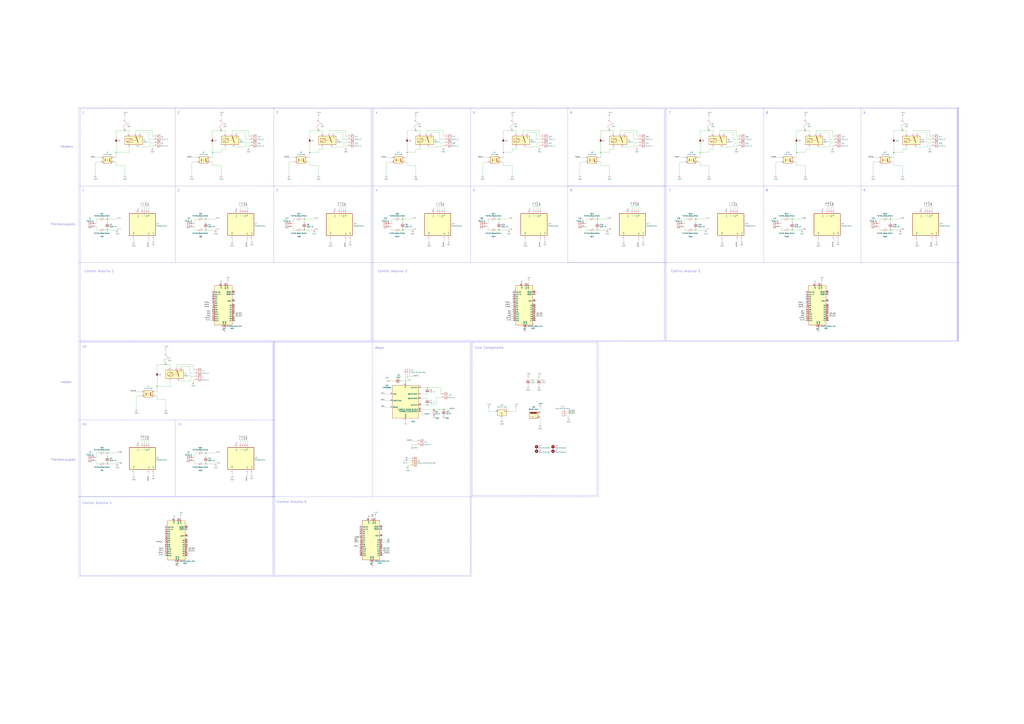
<source format=kicad_sch>
(kicad_sch (version 20211123) (generator eeschema)
  (paper "A0")
  (lib_symbols
    (symbol "Arduino_Nano_v3.x_1"
      (property "Reference" "A3" (at 0 -27.6606 0))
      (property "Value" "Arduino_Nano_v3.x_1" (at 12.7 -24.13 0))
      (symbol "Arduino_Nano_v3.x_1_1_1"
        (pin bidirectional line (at -12.7 12.7 0) (length 2.54) (name "D1/TX") (number "1"))
        (pin bidirectional line (at -12.7 -2.54 0) (length 2.54) (name "D7") (number "10"))
        (pin bidirectional line (at -12.7 -5.08 0) (length 2.54) (name "D8") (number "11"))
        (pin bidirectional line (at -12.7 -7.62 0) (length 2.54) (name "D9") (number "12"))
        (pin bidirectional line (at -12.7 -10.16 0) (length 2.54) (name "D10") (number "13"))
        (pin bidirectional line (at -12.7 -12.7 0) (length 2.54) (name "D11") (number "14"))
        (pin bidirectional line (at -12.7 -15.24 0) (length 2.54) (name "D12") (number "15"))
        (pin bidirectional line (at -12.7 -17.78 0) (length 2.54) (name "D13") (number "16"))
        (pin power_out line (at 2.54 25.4 270) (length 2.54) (name "3V3") (number "17"))
        (pin input line (at 12.7 5.08 180) (length 2.54) (name "AREF") (number "18"))
        (pin bidirectional line (at 12.7 0 180) (length 2.54) (name "A0") (number "19"))
        (pin bidirectional line (at -12.7 15.24 0) (length 2.54) (name "D0/RX") (number "2"))
        (pin bidirectional line (at 12.7 -2.54 180) (length 2.54) (name "A1") (number "20"))
        (pin bidirectional line (at 12.7 -5.08 180) (length 2.54) (name "A2") (number "21"))
        (pin bidirectional line (at 12.7 -7.62 180) (length 2.54) (name "A3") (number "22"))
        (pin bidirectional line (at 12.7 -10.16 180) (length 2.54) (name "A4") (number "23"))
        (pin bidirectional line (at 12.7 -12.7 180) (length 2.54) (name "A5") (number "24"))
        (pin bidirectional line (at 12.7 -15.24 180) (length 2.54) (name "A6") (number "25"))
        (pin bidirectional line (at 12.7 -17.78 180) (length 2.54) (name "A7") (number "26"))
        (pin bidirectional line (at 5.08 25.4 270) (length 2.54) (name "+5V") (number "27"))
        (pin input line (at 12.7 15.24 180) (length 2.54) (name "~{RESET}") (number "28"))
        (pin power_in line (at 2.54 -25.4 90) (length 2.54) (name "GND") (number "29"))
        (pin input line (at 12.7 12.7 180) (length 2.54) (name "~{RESET}") (number "3"))
        (pin power_in line (at -2.54 25.4 270) (length 2.54) (name "VIN") (number "30"))
        (pin power_in line (at 0 -25.4 90) (length 2.54) (name "GND") (number "4"))
        (pin bidirectional line (at -12.7 10.16 0) (length 2.54) (name "D2") (number "5"))
        (pin bidirectional line (at -12.7 7.62 0) (length 2.54) (name "D3") (number "6"))
        (pin bidirectional line (at -12.7 5.08 0) (length 2.54) (name "D4") (number "7"))
        (pin bidirectional line (at -12.7 2.54 0) (length 2.54) (name "D5") (number "8"))
        (pin bidirectional line (at -12.7 0 0) (length 2.54) (name "D6") (number "9"))
      )
    )
    (symbol "Connector:Barrel_Jack" (pin_names (offset 1.016))
      (property "Reference" "J" (at 0 5.334 0))
      (property "Value" "Barrel_Jack" (at 0 -5.08 0))
      (symbol "Barrel_Jack_1_1"
        (pin passive line (at 7.62 2.54 180) (length 2.54) (name "~") (number "1"))
        (pin passive line (at 7.62 -2.54 180) (length 2.54) (name "~") (number "2"))
      )
    )
    (symbol "Connector:Conn_01x03_Male" (pin_names (offset 1.016) hide)
      (property "Reference" "J" (at 0 5.08 0))
      (property "Value" "Conn_01x03_Male" (at 0 -5.08 0))
      (symbol "Conn_01x03_Male_1_1"
        (pin passive line (at 5.08 2.54 180) (length 3.81) (name "Pin_1") (number "1"))
        (pin passive line (at 5.08 0 180) (length 3.81) (name "Pin_2") (number "2"))
        (pin passive line (at 5.08 -2.54 180) (length 3.81) (name "Pin_3") (number "3"))
      )
    )
    (symbol "Connector:Screw_Terminal_01x04" (pin_names (offset 1.016) hide)
      (property "Reference" "J" (at 0 5.08 0))
      (property "Value" "Screw_Terminal_01x04" (at 0 -7.62 0))
      (symbol "Screw_Terminal_01x04_1_1"
        (pin passive line (at -5.08 2.54 0) (length 3.81) (name "Pin_1") (number "1"))
        (pin passive line (at -5.08 0 0) (length 3.81) (name "Pin_2") (number "2"))
        (pin passive line (at -5.08 -2.54 0) (length 3.81) (name "Pin_3") (number "3"))
        (pin passive line (at -5.08 -5.08 0) (length 3.81) (name "Pin_4") (number "4"))
      )
    )
    (symbol "Device:C" (pin_numbers hide) (pin_names (offset 0.254))
      (property "Reference" "C" (at 0.635 2.54 0))
      (property "Value" "C" (at 0.635 -2.54 0))
      (symbol "C_1_1"
        (pin passive line (at 0 3.81 270) (length 2.794) (name "~") (number "1"))
        (pin passive line (at 0 -3.81 90) (length 2.794) (name "~") (number "2"))
      )
    )
    (symbol "Device:C_Polarized_US" (pin_numbers hide) (pin_names (offset 0.254) hide)
      (property "Reference" "C" (at 0.635 2.54 0))
      (property "Value" "C_Polarized_US" (at 0.635 -2.54 0))
      (symbol "C_Polarized_US_1_1"
        (pin passive line (at 0 3.81 270) (length 2.794) (name "~") (number "1"))
        (pin passive line (at 0 -3.81 90) (length 3.302) (name "~") (number "2"))
      )
    )
    (symbol "Device:Ferrite_Bead_Small" (pin_numbers hide) (pin_names (offset 0))
      (property "Reference" "FB" (at 1.905 1.27 0))
      (property "Value" "Device_Ferrite_Bead_Small" (at 1.905 -1.27 0))
      (symbol "Ferrite_Bead_Small_1_1"
        (pin passive line (at 0 2.54 270) (length 1.27) (name "~") (number "1"))
        (pin passive line (at 0 -2.54 90) (length 1.27) (name "~") (number "2"))
      )
    )
    (symbol "Device:R" (pin_numbers hide) (pin_names (offset 0))
      (property "Reference" "R" (at 2.032 0 90))
      (property "Value" "R" (at 0 0 90))
      (symbol "R_1_1"
        (pin passive line (at 0 3.81 270) (length 1.27) (name "~") (number "1"))
        (pin passive line (at 0 -3.81 90) (length 1.27) (name "~") (number "2"))
      )
    )
    (symbol "Driver_Motor:LMD18200"
      (property "Reference" "U" (at -12.7 19.05 0))
      (property "Value" "LMD18200" (at 15.24 19.05 0))
      (symbol "LMD18200_1_1"
        (pin passive line (at 17.78 7.62 180) (length 2.54) (name "BOOTSTRAP1") (number "1"))
        (pin output line (at 17.78 -5.08 180) (length 2.54) (name "OUTPUT2") (number "10"))
        (pin passive line (at 17.78 2.54 180) (length 2.54) (name "BOOTSTRAP2") (number "11"))
        (pin output line (at 17.78 15.24 180) (length 2.54) (name "OUTPUT1") (number "2"))
        (pin input line (at -17.78 0 0) (length 2.54) (name "DIRECTION") (number "3"))
        (pin input line (at -17.78 -7.62 0) (length 2.54) (name "BRAKE") (number "4"))
        (pin input line (at -17.78 7.62 0) (length 2.54) (name "PWM") (number "5"))
        (pin power_in line (at 0 20.32 270) (length 2.54) (name "VS") (number "6"))
        (pin power_in line (at 0 -22.86 90) (length 2.54) (name "GND") (number "7"))
        (pin output line (at 17.78 -10.16 180) (length 2.54) (name "CURRENT_SENSE_OUTPUT") (number "8"))
        (pin open_collector line (at 17.78 -12.7 180) (length 2.54) (name "~{THERMAL_FLAG_OUTPUT}") (number "9"))
      )
    )
    (symbol "Isolator:TCMT1100" (pin_names (offset 1.016))
      (property "Reference" "U" (at 0 5.08 0))
      (property "Value" "TCMT1100" (at 0 -5.08 0))
      (symbol "TCMT1100_1_1"
        (pin passive line (at -7.62 2.54 0) (length 2.54) (name "~") (number "1"))
        (pin passive line (at -7.62 -2.54 0) (length 2.54) (name "~") (number "2"))
        (pin passive line (at 7.62 -2.54 180) (length 2.54) (name "~") (number "3"))
        (pin passive line (at 7.62 2.54 180) (length 2.54) (name "~") (number "4"))
      )
    )
    (symbol "MAX6675ISA_:MAX6675ISA+" (pin_names (offset 1.016))
      (property "Reference" "U" (at -12.7 16.2306 0))
      (property "Value" "MAX6675ISA+" (at -12.7 -19.2278 0))
      (symbol "MAX6675ISA+_0_0"
        (pin power_in line (at 17.78 -10.16 180) (length 5.08) (name "GND") (number "1"))
        (pin input line (at -17.78 0 0) (length 5.08) (name "T-") (number "2"))
        (pin input line (at -17.78 2.54 0) (length 5.08) (name "T+") (number "3"))
        (pin power_in line (at 17.78 12.7 180) (length 5.08) (name "VCC") (number "4"))
        (pin input line (at -17.78 5.08 0) (length 5.08) (name "SCK") (number "5"))
        (pin input line (at -17.78 7.62 0) (length 5.08) (name "~{CS}") (number "6"))
        (pin output line (at 17.78 7.62 180) (length 5.08) (name "SO") (number "7"))
        (pin bidirectional line (at -17.78 -5.08 0) (length 5.08) (name "N.C.") (number "8"))
      )
    )
    (symbol "MCU_Module:Arduino_Nano_v3.x"
      (property "Reference" "A" (at -10.16 23.495 0))
      (property "Value" "Arduino_Nano_v3.x" (at 5.08 -24.13 0))
      (symbol "Arduino_Nano_v3.x_1_1"
        (pin bidirectional line (at -12.7 12.7 0) (length 2.54) (name "D1/TX") (number "1"))
        (pin bidirectional line (at -12.7 -2.54 0) (length 2.54) (name "D7") (number "10"))
        (pin bidirectional line (at -12.7 -5.08 0) (length 2.54) (name "D8") (number "11"))
        (pin bidirectional line (at -12.7 -7.62 0) (length 2.54) (name "D9") (number "12"))
        (pin bidirectional line (at -12.7 -10.16 0) (length 2.54) (name "D10") (number "13"))
        (pin bidirectional line (at -12.7 -12.7 0) (length 2.54) (name "D11") (number "14"))
        (pin bidirectional line (at -12.7 -15.24 0) (length 2.54) (name "D12") (number "15"))
        (pin bidirectional line (at -12.7 -17.78 0) (length 2.54) (name "D13") (number "16"))
        (pin power_out line (at 2.54 25.4 270) (length 2.54) (name "3V3") (number "17"))
        (pin input line (at 12.7 5.08 180) (length 2.54) (name "AREF") (number "18"))
        (pin bidirectional line (at 12.7 0 180) (length 2.54) (name "A0") (number "19"))
        (pin bidirectional line (at -12.7 15.24 0) (length 2.54) (name "D0/RX") (number "2"))
        (pin bidirectional line (at 12.7 -2.54 180) (length 2.54) (name "A1") (number "20"))
        (pin bidirectional line (at 12.7 -5.08 180) (length 2.54) (name "A2") (number "21"))
        (pin bidirectional line (at 12.7 -7.62 180) (length 2.54) (name "A3") (number "22"))
        (pin bidirectional line (at 12.7 -10.16 180) (length 2.54) (name "A4") (number "23"))
        (pin bidirectional line (at 12.7 -12.7 180) (length 2.54) (name "A5") (number "24"))
        (pin bidirectional line (at 12.7 -15.24 180) (length 2.54) (name "A6") (number "25"))
        (pin bidirectional line (at 12.7 -17.78 180) (length 2.54) (name "A7") (number "26"))
        (pin power_out line (at 5.08 25.4 270) (length 2.54) (name "+5V") (number "27"))
        (pin input line (at 12.7 15.24 180) (length 2.54) (name "~{RESET}") (number "28"))
        (pin power_in line (at 2.54 -25.4 90) (length 2.54) (name "GND") (number "29"))
        (pin input line (at 12.7 12.7 180) (length 2.54) (name "~{RESET}") (number "3"))
        (pin power_in line (at -2.54 25.4 270) (length 2.54) (name "VIN") (number "30"))
        (pin power_in line (at 0 -25.4 90) (length 2.54) (name "GND") (number "4"))
        (pin bidirectional line (at -12.7 10.16 0) (length 2.54) (name "D2") (number "5"))
        (pin bidirectional line (at -12.7 7.62 0) (length 2.54) (name "D3") (number "6"))
        (pin bidirectional line (at -12.7 5.08 0) (length 2.54) (name "D4") (number "7"))
        (pin bidirectional line (at -12.7 2.54 0) (length 2.54) (name "D5") (number "8"))
        (pin bidirectional line (at -12.7 0 0) (length 2.54) (name "D6") (number "9"))
      )
    )
    (symbol "Mechanical:MountingHole" (pin_names (offset 1.016))
      (property "Reference" "H" (at 0 5.08 0))
      (property "Value" "MountingHole" (at 0 3.175 0))
    )
    (symbol "OCI_UPL_10_Connectors:Term_2" (pin_names (offset 1.016))
      (property "Reference" "J" (at 3.81 1.27 0))
      (property "Value" "Term_2" (at 6.35 3.81 0))
      (symbol "Term_2_1_1"
        (pin input line (at -6.35 3.81 0) (length 5.08) (name "~") (number "1"))
        (pin input line (at -6.35 0 0) (length 5.08) (name "~") (number "2"))
      )
    )
    (symbol "OCI_UPL_11_Mechanical:FUSE_Blade" (pin_names (offset 0.254))
      (property "Reference" "F" (at 2.54 1.27 0))
      (property "Value" "FUSE_Blade" (at 0 -3.81 0))
      (symbol "FUSE_Blade_1_1"
        (pin input line (at -6.35 0 0) (length 2.54) (name "~") (number "1"))
        (pin input line (at 6.35 0 180) (length 2.54) (name "~") (number "2"))
      )
    )
    (symbol "OCI_UPL_4_Semiconductors:General_Purpose_Diode" (pin_numbers hide) (pin_names (offset 1.016) hide)
      (property "Reference" "D" (at 0 2.54 0))
      (symbol "General_Purpose_Diode_1_1"
        (pin passive line (at -3.81 0 0) (length 2.54) (name "K") (number "1"))
        (pin passive line (at 3.81 0 180) (length 2.54) (name "A") (number "2"))
      )
    )
    (symbol "Regulator_Linear:AP1117-50" (pin_names (offset 0.254))
      (property "Reference" "U" (at -3.81 3.175 0))
      (property "Value" "AP1117-50" (at 0 3.175 0))
      (symbol "AP1117-50_1_1"
        (pin power_in line (at 0 -7.62 90) (length 2.54) (name "GND") (number "1"))
        (pin power_out line (at 7.62 0 180) (length 2.54) (name "VO") (number "2"))
        (pin power_in line (at -7.62 0 0) (length 2.54) (name "VI") (number "3"))
      )
    )
    (symbol "Relay:G5Q-1"
      (property "Reference" "K" (at 11.43 3.81 0))
      (property "Value" "G5Q-1" (at 11.43 1.27 0))
      (symbol "G5Q-1_1_1"
        (pin passive line (at -5.08 -7.62 90) (length 2.54) (name "~") (number "1"))
        (pin passive line (at 5.08 -7.62 90) (length 2.54) (name "~") (number "2"))
        (pin passive line (at 7.62 7.62 270) (length 2.54) (name "~") (number "3"))
        (pin passive line (at 2.54 7.62 270) (length 2.54) (name "~") (number "4"))
        (pin passive line (at -5.08 7.62 270) (length 2.54) (name "~") (number "5"))
      )
    )
    (symbol "power:+12V" (power) (pin_names (offset 0))
      (property "Value" "+12V" (at 0 3.556 0))
      (symbol "+12V_1_1"
        (pin power_in line (at 0 0 90) (length 0) hide (name "+12V") (number "1"))
      )
    )
    (symbol "power:+5V" (power) (pin_names (offset 0))
      (property "Value" "+5V" (at 0 3.556 0))
      (symbol "+5V_1_1"
        (pin power_in line (at 0 0 90) (length 0) hide (name "+5V") (number "1"))
      )
    )
    (symbol "power:GND" (power) (pin_names (offset 0))
      (property "Value" "GND" (at 0 -3.81 0))
      (symbol "GND_1_1"
        (pin power_in line (at 0 0 270) (length 0) hide (name "GND") (number "1"))
      )
    )
  )
  (junction (at 579.374 267.208))
  (junction (at 192.532 423.418))
  (junction (at 697.484 177.038))
  (junction (at 134.874 177.038))
  (junction (at 503.936 475.742))
  (junction (at 124.714 267.208))
  (junction (at 594.614 151.638))
  (junction (at 919.734 267.208))
  (junction (at 239.014 526.288))
  (junction (at 950.214 381.508))
  (junction (at 467.614 254.508))
  (junction (at 482.854 151.638))
  (junction (at 1034.034 267.208))
  (junction (at 205.994 654.558))
  (junction (at 496.316 450.342))
  (junction (at 246.634 177.038))
  (junction (at 1048.004 151.638))
  (junction (at 182.372 448.818))
  (junction (at 256.794 151.638))
  (junction (at 693.674 254.508))
  (junction (at 432.054 654.304))
  (junction (at 496.316 470.662))
  (junction (at 919.734 254.508))
  (junction (at 369.824 151.638))
  (junction (at 807.974 254.508))
  (junction (at 353.314 254.508))
  (junction (at 124.714 526.288))
  (junction (at 934.974 151.638))
  (junction (at 693.674 267.208))
  (junction (at 353.314 267.208))
  (junction (at 470.916 442.722))
  (junction (at 359.664 177.038))
  (junction (at 1034.034 254.508))
  (junction (at 239.014 538.988))
  (junction (at 609.854 381.508))
  (junction (at 813.054 177.038))
  (junction (at 924.814 177.038))
  (junction (at 124.714 254.508))
  (junction (at 145.034 151.638))
  (junction (at 260.604 381.508))
  (junction (at 584.454 177.038))
  (junction (at 515.366 475.742))
  (junction (at 707.644 151.638))
  (junction (at 1037.844 177.038))
  (junction (at 823.214 151.638))
  (junction (at 579.374 254.508))
  (junction (at 239.014 254.508))
  (junction (at 807.974 267.208))
  (junction (at 472.694 177.038))
  (junction (at 239.014 267.208))
  (junction (at 124.714 538.988))
  (junction (at 467.614 267.208))
  (no_connect (at 614.934 243.078))
  (no_connect (at 272.034 349.758))
  (no_connect (at 192.024 632.968))
  (no_connect (at 729.234 243.078))
  (no_connect (at 217.424 627.888))
  (no_connect (at 961.644 362.458))
  (no_connect (at 955.294 243.078))
  (no_connect (at 606.044 326.898))
  (no_connect (at 202.184 599.948))
  (no_connect (at 946.404 326.898))
  (no_connect (at 256.794 326.898))
  (no_connect (at 192.024 612.648))
  (no_connect (at 207.264 602.488))
  (no_connect (at 621.284 370.078))
  (no_connect (at 443.484 622.554))
  (no_connect (at 1069.594 243.078))
  (no_connect (at 443.484 612.394))
  (no_connect (at 217.424 612.648))
  (no_connect (at 272.034 362.458))
  (no_connect (at 936.244 339.598))
  (no_connect (at 246.634 359.918))
  (no_connect (at 961.644 370.078))
  (no_connect (at 443.484 645.414))
  (no_connect (at 443.484 635.254))
  (no_connect (at 621.284 349.758))
  (no_connect (at 961.644 372.618))
  (no_connect (at 272.034 339.598))
  (no_connect (at 621.284 372.618))
  (no_connect (at 961.644 354.838))
  (no_connect (at 611.124 329.438))
  (no_connect (at 217.424 643.128))
  (no_connect (at 595.884 359.918))
  (no_connect (at 274.574 514.858))
  (no_connect (at 418.084 632.714))
  (no_connect (at 418.084 640.334))
  (no_connect (at 418.084 642.874))
  (no_connect (at 418.084 645.414))
  (no_connect (at 418.084 637.794))
  (no_connect (at 936.244 342.138))
  (no_connect (at 443.484 614.934))
  (no_connect (at 388.874 243.078))
  (no_connect (at 418.084 614.934))
  (no_connect (at 621.284 339.598))
  (no_connect (at 246.634 342.138))
  (no_connect (at 217.424 630.428))
  (no_connect (at 621.284 357.378))
  (no_connect (at 217.424 615.188))
  (no_connect (at 217.424 622.808))
  (no_connect (at 418.084 612.394))
  (no_connect (at 217.424 635.508))
  (no_connect (at 192.024 615.188))
  (no_connect (at 961.644 342.138))
  (no_connect (at 217.424 632.968))
  (no_connect (at 272.034 342.138))
  (no_connect (at 961.644 349.758))
  (no_connect (at 246.634 339.598))
  (no_connect (at 272.034 372.618))
  (no_connect (at 443.484 632.714))
  (no_connect (at 595.884 339.598))
  (no_connect (at 961.644 359.918))
  (no_connect (at 621.284 359.918))
  (no_connect (at 961.644 339.598))
  (no_connect (at 951.484 329.438))
  (no_connect (at 936.244 359.918))
  (no_connect (at 621.284 342.138))
  (no_connect (at 261.874 329.438))
  (no_connect (at 272.034 370.078))
  (no_connect (at 503.174 243.078))
  (no_connect (at 160.274 514.858))
  (no_connect (at 621.284 362.458))
  (no_connect (at 843.534 243.078))
  (no_connect (at 595.884 342.138))
  (no_connect (at 274.574 243.078))
  (no_connect (at 160.274 243.078))
  (no_connect (at 961.644 357.378))
  (no_connect (at 217.424 645.668))
  (no_connect (at 621.284 354.838))
  (no_connect (at 428.244 599.694))
  (no_connect (at 272.034 354.838))
  (no_connect (at 272.034 357.378))
  (no_connect (at 272.034 359.918))
  (no_connect (at 418.084 617.474))
  (no_connect (at 418.084 620.014))
  (no_connect (at 418.084 622.554))
  (no_connect (at 192.024 617.728))
  (no_connect (at 192.024 620.268))
  (no_connect (at 192.024 622.808))
  (no_connect (at 595.884 344.678))
  (no_connect (at 595.884 347.218))
  (no_connect (at 595.884 349.758))
  (no_connect (at 936.244 344.678))
  (no_connect (at 936.244 347.218))
  (no_connect (at 936.244 349.758))
  (no_connect (at 246.634 344.678))
  (no_connect (at 246.634 347.218))
  (no_connect (at 246.634 349.758))
  (no_connect (at 192.024 625.348))
  (no_connect (at 192.024 627.888))
  (no_connect (at 192.024 635.508))
  (wire (pts (xy 947.674 151.638) (xy 966.724 151.638)))
  (wire (pts (xy 487.934 155.448) (xy 487.934 151.638)))
  (wire (pts (xy 835.914 151.638) (xy 854.964 151.638)))
  (polyline (pts (xy 548.386 575.818) (xy 693.166 575.818)))
  (wire (pts (xy 112.014 526.288) (xy 115.824 526.288)))
  (wire (pts (xy 134.874 177.038) (xy 150.114 177.038)))
  (wire (pts (xy 399.034 170.688) (xy 399.034 165.608)))
  (wire (pts (xy 712.724 155.448) (xy 712.724 151.638)))
  (wire (pts (xy 226.314 538.988) (xy 230.124 538.988)))
  (wire (pts (xy 274.574 155.448) (xy 274.574 154.178)))
  (wire (pts (xy 359.664 188.468) (xy 359.664 192.278)))
  (wire (pts (xy 515.874 278.638) (xy 515.874 281.178)))
  (wire (pts (xy 625.094 239.268) (xy 625.094 243.078)))
  (polyline (pts (xy 1112.774 124.968) (xy 772.414 124.968)))
  (wire (pts (xy 443.484 630.174) (xy 452.374 630.174)))
  (wire (pts (xy 132.334 183.388) (xy 134.874 183.388)))
  (wire (pts (xy 495.554 151.638) (xy 514.604 151.638)))
  (wire (pts (xy 627.634 278.638) (xy 627.634 281.178)))
  (wire (pts (xy 473.456 537.972) (xy 477.266 537.972)))
  (wire (pts (xy 282.194 239.268) (xy 282.194 243.078)))
  (wire (pts (xy 401.574 157.988) (xy 402.844 157.988)))
  (wire (pts (xy 810.514 188.468) (xy 813.054 188.468)))
  (wire (pts (xy 594.614 151.638) (xy 599.694 151.638)))
  (wire (pts (xy 209.804 599.948) (xy 209.804 602.488)))
  (wire (pts (xy 907.034 259.588) (xy 907.034 254.508)))
  (wire (pts (xy 172.974 154.178) (xy 172.974 161.798)))
  (wire (pts (xy 286.004 165.608) (xy 289.814 165.608)))
  (wire (pts (xy 446.786 473.202) (xy 453.136 473.202)))
  (wire (pts (xy 382.524 155.448) (xy 382.524 151.638)))
  (wire (pts (xy 269.494 151.638) (xy 288.544 151.638)))
  (wire (pts (xy 579.374 267.208) (xy 590.804 267.208)))
  (wire (pts (xy 950.214 381.508) (xy 951.484 381.508)))
  (wire (pts (xy 246.634 188.468) (xy 246.634 192.278)))
  (wire (pts (xy 261.874 173.228) (xy 256.794 173.228)))
  (wire (pts (xy 246.634 151.638) (xy 246.634 159.258)))
  (wire (pts (xy 222.504 188.468) (xy 228.854 188.468)))
  (wire (pts (xy 260.604 381.508) (xy 260.604 382.778)))
  (wire (pts (xy 915.924 267.208) (xy 919.734 267.208)))
  (wire (pts (xy 932.434 354.838) (xy 936.244 354.838)))
  (wire (pts (xy 515.874 239.268) (xy 515.874 243.078)))
  (wire (pts (xy 511.556 450.342) (xy 511.556 457.962)))
  (wire (pts (xy 359.664 183.388) (xy 359.664 177.038)))
  (wire (pts (xy 680.974 263.398) (xy 680.974 267.208)))
  (wire (pts (xy 112.014 259.588) (xy 112.014 254.508)))
  (wire (pts (xy 222.504 188.468) (xy 222.504 203.708)))
  (wire (pts (xy 593.344 362.458) (xy 595.884 362.458)))
  (wire (pts (xy 192.532 423.418) (xy 197.612 423.418)))
  (wire (pts (xy 613.156 439.928) (xy 613.156 438.658)))
  (wire (pts (xy 341.884 183.388) (xy 335.534 183.388)))
  (polyline (pts (xy 92.964 398.018) (xy 316.484 398.018)))
  (wire (pts (xy 1034.034 254.508) (xy 1045.464 254.508)))
  (wire (pts (xy 1034.034 267.208) (xy 1034.034 265.938)))
  (wire (pts (xy 124.714 254.508) (xy 136.144 254.508)))
  (wire (pts (xy 451.866 442.722) (xy 458.216 442.722)))
  (wire (pts (xy 467.614 254.508) (xy 479.044 254.508)))
  (wire (pts (xy 622.554 239.268) (xy 622.554 243.078)))
  (wire (pts (xy 795.274 263.398) (xy 795.274 267.208)))
  (polyline (pts (xy 317.754 396.748) (xy 317.754 669.798)))
  (wire (pts (xy 813.054 177.038) (xy 823.214 177.038)))
  (wire (pts (xy 828.294 170.688) (xy 828.294 173.228)))
  (wire (pts (xy 339.344 263.398) (xy 340.614 263.398)))
  (wire (pts (xy 357.124 188.468) (xy 359.664 188.468)))
  (wire (pts (xy 609.854 278.638) (xy 609.854 281.178)))
  (wire (pts (xy 482.854 173.228) (xy 482.854 177.038)))
  (polyline (pts (xy 433.324 126.238) (xy 771.144 126.238)))
  (wire (pts (xy 411.48 627.634) (xy 418.084 627.634)))
  (wire (pts (xy 182.372 423.418) (xy 182.372 431.038)))
  (wire (pts (xy 694.944 188.468) (xy 697.484 188.468)))
  (wire (pts (xy 593.344 370.078) (xy 595.884 370.078)))
  (wire (pts (xy 854.964 169.418) (xy 854.964 171.958)))
  (wire (pts (xy 272.034 367.538) (xy 280.924 367.538)))
  (wire (pts (xy 473.456 532.892) (xy 477.266 532.892)))
  (wire (pts (xy 1020.064 259.588) (xy 1021.334 259.588)))
  (wire (pts (xy 244.094 364.998) (xy 246.634 364.998)))
  (wire (pts (xy 506.476 461.772) (xy 506.476 470.662)))
  (wire (pts (xy 192.532 406.908) (xy 192.532 410.718)))
  (wire (pts (xy 192.532 464.058) (xy 192.532 475.488)))
  (wire (pts (xy 178.054 169.418) (xy 176.784 169.418)))
  (wire (pts (xy 189.484 643.128) (xy 192.024 643.128)))
  (wire (pts (xy 1034.034 267.208) (xy 1045.464 267.208)))
  (wire (pts (xy 795.274 183.388) (xy 788.924 183.388)))
  (wire (pts (xy 621.284 367.538) (xy 630.174 367.538)))
  (wire (pts (xy 124.714 267.208) (xy 124.714 265.938)))
  (wire (pts (xy 720.344 151.638) (xy 739.394 151.638)))
  (wire (pts (xy 823.214 151.638) (xy 828.294 151.638)))
  (wire (pts (xy 433.324 597.154) (xy 433.324 602.234)))
  (wire (pts (xy 124.714 538.988) (xy 136.144 538.988)))
  (wire (pts (xy 592.074 357.378) (xy 595.884 357.378)))
  (wire (pts (xy 623.824 165.608) (xy 627.634 165.608)))
  (wire (pts (xy 579.374 254.508) (xy 590.804 254.508)))
  (wire (pts (xy 613.156 448.818) (xy 613.156 447.548)))
  (wire (pts (xy 385.064 170.688) (xy 399.034 170.688)))
  (polyline (pts (xy 659.384 124.968) (xy 659.384 305.308)))
  (wire (pts (xy 204.724 653.288) (xy 204.724 654.558)))
  (wire (pts (xy 575.564 267.208) (xy 579.374 267.208)))
  (wire (pts (xy 167.894 511.048) (xy 167.894 514.858)))
  (wire (pts (xy 739.394 169.418) (xy 739.394 171.958)))
  (wire (pts (xy 453.644 263.398) (xy 454.914 263.398)))
  (wire (pts (xy 599.694 170.688) (xy 599.694 173.228)))
  (wire (pts (xy 697.484 177.038) (xy 707.644 177.038)))
  (wire (pts (xy 411.48 635.254) (xy 418.084 635.254)))
  (wire (pts (xy 220.472 425.958) (xy 220.472 433.578)))
  (polyline (pts (xy 659.384 216.408) (xy 772.414 216.408)))
  (wire (pts (xy 226.314 638.048) (xy 217.424 638.048)))
  (wire (pts (xy 284.734 239.268) (xy 284.734 243.078)))
  (wire (pts (xy 292.354 550.418) (xy 292.354 551.688)))
  (wire (pts (xy 124.714 526.288) (xy 124.714 530.098)))
  (wire (pts (xy 225.044 535.178) (xy 226.314 535.178)))
  (wire (pts (xy 739.394 157.988) (xy 740.664 157.988)))
  (wire (pts (xy 609.854 381.508) (xy 609.854 382.778)))
  (wire (pts (xy 940.054 173.228) (xy 934.974 173.228)))
  (wire (pts (xy 197.612 427.228) (xy 197.612 423.418)))
  (wire (pts (xy 679.704 259.588) (xy 680.974 259.588)))
  (wire (pts (xy 740.664 169.418) (xy 739.394 169.418)))
  (wire (pts (xy 584.454 151.638) (xy 584.454 159.258)))
  (wire (pts (xy 813.054 188.468) (xy 813.054 192.278)))
  (wire (pts (xy 448.564 188.468) (xy 454.914 188.468)))
  (wire (pts (xy 566.674 183.388) (xy 560.324 183.388)))
  (wire (pts (xy 112.014 535.178) (xy 112.014 538.988)))
  (wire (pts (xy 594.614 151.638) (xy 584.454 151.638)))
  (wire (pts (xy 951.484 381.508) (xy 951.484 380.238)))
  (wire (pts (xy 158.242 460.248) (xy 164.592 460.248)))
  (wire (pts (xy 235.204 267.208) (xy 239.014 267.208)))
  (wire (pts (xy 1065.784 154.178) (xy 1075.944 154.178)))
  (wire (pts (xy 465.836 442.722) (xy 470.916 442.722)))
  (wire (pts (xy 594.614 173.228) (xy 594.614 177.038)))
  (wire (pts (xy 239.014 538.988) (xy 239.014 537.718)))
  (wire (pts (xy 1030.224 267.208) (xy 1034.034 267.208)))
  (wire (pts (xy 575.056 478.028) (xy 567.436 478.028)))
  (wire (pts (xy 1020.064 183.388) (xy 1013.714 183.388)))
  (wire (pts (xy 741.934 239.268) (xy 741.934 243.078)))
  (wire (pts (xy 261.874 381.508) (xy 261.874 380.238)))
  (wire (pts (xy 402.844 169.418) (xy 401.574 169.418)))
  (wire (pts (xy 279.654 511.048) (xy 279.654 514.858)))
  (wire (pts (xy 741.934 278.638) (xy 741.934 281.178)))
  (wire (pts (xy 482.854 135.128) (xy 482.854 138.938)))
  (wire (pts (xy 736.854 239.268) (xy 736.854 243.078)))
  (polyline (pts (xy 91.694 124.968) (xy 91.694 396.748)))
  (wire (pts (xy 907.034 263.398) (xy 907.034 267.208)))
  (wire (pts (xy 1087.374 278.638) (xy 1087.374 279.908)))
  (wire (pts (xy 179.832 455.168) (xy 182.372 455.168)))
  (wire (pts (xy 353.314 267.208) (xy 364.744 267.208)))
  (polyline (pts (xy 204.724 577.088) (xy 317.754 577.088)))
  (wire (pts (xy 225.044 263.398) (xy 226.314 263.398)))
  (wire (pts (xy 487.934 170.688) (xy 487.934 173.228)))
  (wire (pts (xy 269.494 550.418) (xy 269.494 552.958)))
  (wire (pts (xy 851.154 239.268) (xy 851.154 243.078)))
  (wire (pts (xy 697.484 192.278) (xy 707.644 192.278)))
  (polyline (pts (xy 693.166 575.818) (xy 693.166 398.018)))
  (wire (pts (xy 657.606 478.028) (xy 667.766 478.028)))
  (wire (pts (xy 110.744 188.468) (xy 110.744 203.708)))
  (wire (pts (xy 150.114 155.448) (xy 150.114 151.638)))
  (polyline (pts (xy 773.684 126.238) (xy 1111.504 126.238)))
  (wire (pts (xy 470.916 433.832) (xy 470.916 442.722)))
  (wire (pts (xy 473.456 436.372) (xy 473.456 433.832)))
  (wire (pts (xy 286.004 170.688) (xy 286.004 165.608)))
  (wire (pts (xy 220.472 433.578) (xy 225.552 433.578)))
  (wire (pts (xy 964.184 165.608) (xy 967.994 165.608)))
  (wire (pts (xy 488.696 475.742) (xy 503.936 475.742)))
  (polyline (pts (xy 546.354 124.968) (xy 546.354 305.308)))
  (wire (pts (xy 120.904 538.988) (xy 124.714 538.988)))
  (wire (pts (xy 145.034 151.638) (xy 150.114 151.638)))
  (wire (pts (xy 707.644 192.278) (xy 707.644 203.708)))
  (wire (pts (xy 399.034 239.268) (xy 399.034 243.078)))
  (wire (pts (xy 374.904 155.448) (xy 374.904 151.638)))
  (wire (pts (xy 164.592 455.168) (xy 158.242 455.168)))
  (wire (pts (xy 581.914 183.388) (xy 584.454 183.388)))
  (wire (pts (xy 960.374 239.268) (xy 960.374 243.078)))
  (wire (pts (xy 973.074 278.638) (xy 973.074 279.908)))
  (polyline (pts (xy 548.386 398.018) (xy 693.166 398.018)))
  (wire (pts (xy 592.074 352.298) (xy 595.884 352.298)))
  (wire (pts (xy 226.314 267.208) (xy 230.124 267.208)))
  (wire (pts (xy 256.794 151.638) (xy 261.874 151.638)))
  (wire (pts (xy 335.534 188.468) (xy 335.534 203.708)))
  (wire (pts (xy 932.434 352.298) (xy 936.244 352.298)))
  (wire (pts (xy 835.914 155.448) (xy 835.914 151.638)))
  (wire (pts (xy 593.344 372.618) (xy 595.884 372.618)))
  (wire (pts (xy 1053.084 155.448) (xy 1053.084 151.638)))
  (wire (pts (xy 170.434 239.268) (xy 170.434 243.078)))
  (wire (pts (xy 145.034 135.128) (xy 145.034 138.938)))
  (wire (pts (xy 512.064 170.688) (xy 512.064 165.608)))
  (wire (pts (xy 823.214 192.278) (xy 823.214 203.708)))
  (wire (pts (xy 488.696 470.662) (xy 496.316 470.662)))
  (wire (pts (xy 962.914 154.178) (xy 962.914 161.798)))
  (wire (pts (xy 396.494 239.268) (xy 396.494 243.078)))
  (wire (pts (xy 966.724 151.638) (xy 966.724 157.988)))
  (wire (pts (xy 454.914 254.508) (xy 458.724 254.508)))
  (wire (pts (xy 204.724 654.558) (xy 205.994 654.558)))
  (wire (pts (xy 948.944 381.508) (xy 950.214 381.508)))
  (wire (pts (xy 950.214 278.638) (xy 950.214 281.178)))
  (wire (pts (xy 1048.004 192.278) (xy 1048.004 203.708)))
  (wire (pts (xy 353.314 254.508) (xy 353.314 258.318)))
  (polyline (pts (xy 432.054 124.968) (xy 432.054 577.088)))
  (wire (pts (xy 1013.714 188.468) (xy 1020.064 188.468)))
  (wire (pts (xy 430.784 654.304) (xy 432.054 654.304)))
  (wire (pts (xy 467.614 267.208) (xy 479.044 267.208)))
  (wire (pts (xy 165.354 511.048) (xy 165.354 514.858)))
  (polyline (pts (xy 771.144 395.478) (xy 771.144 126.238)))
  (wire (pts (xy 693.674 254.508) (xy 705.104 254.508)))
  (wire (pts (xy 697.484 188.468) (xy 697.484 192.278)))
  (wire (pts (xy 508.254 239.268) (xy 508.254 243.078)))
  (wire (pts (xy 280.924 364.998) (xy 272.034 364.998)))
  (wire (pts (xy 339.344 259.588) (xy 340.614 259.588)))
  (polyline (pts (xy 433.324 126.238) (xy 433.324 395.478)))
  (wire (pts (xy 288.544 169.418) (xy 288.544 171.958)))
  (wire (pts (xy 1021.334 259.588) (xy 1021.334 254.508)))
  (wire (pts (xy 712.724 170.688) (xy 712.724 173.228)))
  (wire (pts (xy 626.364 151.638) (xy 626.364 157.988)))
  (wire (pts (xy 397.764 154.178) (xy 397.764 161.798)))
  (wire (pts (xy 823.214 135.128) (xy 823.214 138.938)))
  (polyline (pts (xy 773.684 395.478) (xy 1111.504 395.478)))
  (wire (pts (xy 1053.084 173.228) (xy 1048.004 173.228)))
  (wire (pts (xy 110.744 535.178) (xy 112.014 535.178)))
  (wire (pts (xy 197.612 442.468) (xy 197.612 448.818)))
  (wire (pts (xy 287.274 511.048) (xy 287.274 514.858)))
  (wire (pts (xy 856.234 239.268) (xy 856.234 243.078)))
  (wire (pts (xy 707.644 151.638) (xy 697.484 151.638)))
  (polyline (pts (xy 773.684 126.238) (xy 773.684 395.478)))
  (wire (pts (xy 734.314 239.268) (xy 734.314 243.078)))
  (wire (pts (xy 924.814 192.278) (xy 934.974 192.278)))
  (wire (pts (xy 620.014 239.268) (xy 620.014 243.078)))
  (wire (pts (xy 145.034 192.278) (xy 145.034 203.708)))
  (wire (pts (xy 934.974 173.228) (xy 934.974 177.038)))
  (wire (pts (xy 172.974 278.638) (xy 172.974 281.178)))
  (wire (pts (xy 933.704 362.458) (xy 936.244 362.458)))
  (polyline (pts (xy 91.694 396.748) (xy 1112.774 396.748)))
  (wire (pts (xy 607.314 151.638) (xy 626.364 151.638)))
  (wire (pts (xy 724.154 278.638) (xy 724.154 281.178)))
  (wire (pts (xy 162.814 154.178) (xy 172.974 154.178)))
  (wire (pts (xy 454.914 259.588) (xy 454.914 254.508)))
  (polyline (pts (xy 91.694 669.798) (xy 317.754 669.798)))
  (polyline (pts (xy 659.384 216.408) (xy 886.714 216.408)))
  (wire (pts (xy 693.674 267.208) (xy 705.104 267.208)))
  (wire (pts (xy 933.704 372.618) (xy 936.244 372.618)))
  (wire (pts (xy 482.854 151.638) (xy 472.694 151.638)))
  (wire (pts (xy 722.884 170.688) (xy 736.854 170.688)))
  (wire (pts (xy 934.974 151.638) (xy 940.054 151.638)))
  (wire (pts (xy 244.094 367.538) (xy 246.634 367.538)))
  (wire (pts (xy 693.674 267.208) (xy 693.674 265.938)))
  (wire (pts (xy 124.714 267.208) (xy 136.144 267.208)))
  (wire (pts (xy 593.344 364.998) (xy 595.884 364.998)))
  (wire (pts (xy 178.054 278.638) (xy 178.054 279.908)))
  (wire (pts (xy 612.394 154.178) (xy 622.554 154.178)))
  (polyline (pts (xy 92.964 126.238) (xy 92.964 395.478)))
  (wire (pts (xy 475.996 437.642) (xy 479.806 437.642)))
  (polyline (pts (xy 203.454 124.968) (xy 203.454 305.308)))
  (wire (pts (xy 1037.844 166.878) (xy 1037.844 177.038)))
  (wire (pts (xy 221.742 442.468) (xy 221.742 437.388)))
  (wire (pts (xy 697.484 183.388) (xy 697.484 177.038)))
  (wire (pts (xy 454.914 183.388) (xy 448.564 183.388)))
  (wire (pts (xy 566.674 254.508) (xy 570.484 254.508)))
  (wire (pts (xy 950.214 170.688) (xy 964.184 170.688)))
  (wire (pts (xy 739.394 151.638) (xy 739.394 157.988)))
  (wire (pts (xy 256.794 173.228) (xy 256.794 177.038)))
  (wire (pts (xy 282.194 511.048) (xy 282.194 514.858)))
  (wire (pts (xy 924.814 177.038) (xy 934.974 177.038)))
  (wire (pts (xy 952.754 154.178) (xy 962.914 154.178)))
  (polyline (pts (xy 433.324 395.478) (xy 771.144 395.478)))
  (wire (pts (xy 158.242 460.248) (xy 158.242 475.488)))
  (wire (pts (xy 795.274 259.588) (xy 795.274 254.508)))
  (wire (pts (xy 1053.084 170.688) (xy 1053.084 173.228)))
  (wire (pts (xy 954.024 326.898) (xy 954.024 329.438)))
  (wire (pts (xy 430.784 653.034) (xy 430.784 654.304)))
  (polyline (pts (xy 92.964 395.478) (xy 430.784 395.478)))
  (wire (pts (xy 922.274 183.388) (xy 924.814 183.388)))
  (wire (pts (xy 205.994 654.558) (xy 207.264 654.558)))
  (wire (pts (xy 411.48 625.094) (xy 418.084 625.094)))
  (wire (pts (xy 967.994 239.268) (xy 967.994 243.078)))
  (wire (pts (xy 592.074 354.838) (xy 595.884 354.838)))
  (wire (pts (xy 907.034 267.208) (xy 910.844 267.208)))
  (wire (pts (xy 157.734 155.448) (xy 157.734 151.638)))
  (wire (pts (xy 515.874 169.418) (xy 514.604 169.418)))
  (wire (pts (xy 279.654 239.268) (xy 279.654 243.078)))
  (wire (pts (xy 359.664 177.038) (xy 369.824 177.038)))
  (wire (pts (xy 473.456 541.782) (xy 473.456 540.512)))
  (wire (pts (xy 239.014 526.288) (xy 250.444 526.288)))
  (wire (pts (xy 924.814 183.388) (xy 924.814 177.038)))
  (wire (pts (xy 432.054 654.304) (xy 432.054 655.574)))
  (wire (pts (xy 393.954 239.268) (xy 393.954 243.078)))
  (wire (pts (xy 452.374 637.794) (xy 443.484 637.794)))
  (wire (pts (xy 284.734 511.048) (xy 284.734 514.858)))
  (wire (pts (xy 566.674 259.588) (xy 566.674 254.508)))
  (wire (pts (xy 679.704 183.388) (xy 673.354 183.388)))
  (wire (pts (xy 167.894 239.268) (xy 167.894 243.078)))
  (wire (pts (xy 473.456 535.432) (xy 477.266 535.432)))
  (wire (pts (xy 470.916 442.722) (xy 470.916 445.262)))
  (wire (pts (xy 202.184 599.948) (xy 202.184 602.488)))
  (wire (pts (xy 964.184 170.688) (xy 964.184 165.608)))
  (wire (pts (xy 1065.784 155.448) (xy 1065.784 154.178)))
  (wire (pts (xy 1060.704 155.448) (xy 1060.704 151.638)))
  (wire (pts (xy 934.974 192.278) (xy 934.974 203.708)))
  (wire (pts (xy 1077.214 239.268) (xy 1077.214 243.078)))
  (wire (pts (xy 454.914 267.208) (xy 458.724 267.208)))
  (wire (pts (xy 287.274 550.418) (xy 287.274 552.958)))
  (wire (pts (xy 472.694 177.038) (xy 482.854 177.038)))
  (wire (pts (xy 340.614 267.208) (xy 344.424 267.208)))
  (wire (pts (xy 472.694 188.468) (xy 472.694 192.278)))
  (wire (pts (xy 1079.754 151.638) (xy 1079.754 157.988)))
  (wire (pts (xy 788.924 188.468) (xy 795.274 188.468)))
  (wire (pts (xy 453.644 259.588) (xy 454.914 259.588)))
  (wire (pts (xy 795.274 267.208) (xy 799.084 267.208)))
  (wire (pts (xy 264.414 326.898) (xy 264.414 329.438)))
  (wire (pts (xy 256.794 326.898) (xy 256.794 329.438)))
  (polyline (pts (xy 91.694 577.088) (xy 319.024 577.088)))
  (wire (pts (xy 1020.064 263.398) (xy 1021.334 263.398)))
  (wire (pts (xy 584.454 166.878) (xy 584.454 177.038)))
  (wire (pts (xy 1079.754 239.268) (xy 1079.754 243.078)))
  (wire (pts (xy 510.794 239.268) (xy 510.794 243.078)))
  (wire (pts (xy 608.584 380.238) (xy 608.584 381.508)))
  (polyline (pts (xy 772.414 124.968) (xy 91.694 124.968)))
  (wire (pts (xy 905.764 263.398) (xy 907.034 263.398)))
  (wire (pts (xy 933.704 364.998) (xy 936.244 364.998)))
  (wire (pts (xy 288.544 151.638) (xy 288.544 157.988)))
  (wire (pts (xy 359.664 151.638) (xy 359.664 159.258)))
  (wire (pts (xy 1037.844 151.638) (xy 1037.844 159.258)))
  (wire (pts (xy 1037.844 192.278) (xy 1048.004 192.278)))
  (wire (pts (xy 1048.004 135.128) (xy 1048.004 138.938)))
  (wire (pts (xy 488.696 450.342) (xy 496.316 450.342)))
  (wire (pts (xy 1034.034 254.508) (xy 1034.034 258.318)))
  (wire (pts (xy 176.784 169.418) (xy 176.784 171.958)))
  (wire (pts (xy 854.964 157.988) (xy 856.234 157.988)))
  (wire (pts (xy 110.744 188.468) (xy 117.094 188.468)))
  (wire (pts (xy 246.634 166.878) (xy 246.634 177.038)))
  (wire (pts (xy 657.606 480.568) (xy 667.766 480.568)))
  (wire (pts (xy 852.424 165.608) (xy 856.234 165.608)))
  (wire (pts (xy 470.916 488.442) (xy 470.916 490.982)))
  (wire (pts (xy 851.154 154.178) (xy 851.154 161.798)))
  (wire (pts (xy 1037.844 177.038) (xy 1048.004 177.038)))
  (wire (pts (xy 112.014 531.368) (xy 112.014 526.288)))
  (wire (pts (xy 488.696 457.962) (xy 496.316 457.962)))
  (polyline (pts (xy 317.754 396.748) (xy 317.754 577.088)))
  (wire (pts (xy 242.824 352.298) (xy 246.634 352.298)))
  (wire (pts (xy 940.054 170.688) (xy 940.054 173.228)))
  (wire (pts (xy 1063.244 170.688) (xy 1077.214 170.688)))
  (wire (pts (xy 432.054 654.304) (xy 433.324 654.304)))
  (wire (pts (xy 919.734 254.508) (xy 919.734 258.318)))
  (wire (pts (xy 478.536 516.382) (xy 478.536 518.922)))
  (polyline (pts (xy 999.744 305.308) (xy 1112.774 305.308)))
  (polyline (pts (xy 1111.504 395.478) (xy 1111.504 126.238)))
  (wire (pts (xy 489.966 478.282) (xy 489.966 482.092)))
  (polyline (pts (xy 886.714 124.968) (xy 886.714 305.308)))
  (wire (pts (xy 446.786 465.582) (xy 453.136 465.582)))
  (wire (pts (xy 599.186 474.218) (xy 599.186 478.028)))
  (wire (pts (xy 915.924 254.508) (xy 919.734 254.508)))
  (wire (pts (xy 110.744 259.588) (xy 112.014 259.588)))
  (wire (pts (xy 1082.294 278.638) (xy 1082.294 281.178)))
  (wire (pts (xy 1077.214 170.688) (xy 1077.214 165.608)))
  (wire (pts (xy 514.604 157.988) (xy 515.874 157.988)))
  (wire (pts (xy 145.034 151.638) (xy 134.874 151.638)))
  (wire (pts (xy 182.372 460.248) (xy 182.372 464.058)))
  (wire (pts (xy 838.454 278.638) (xy 838.454 281.178)))
  (wire (pts (xy 244.094 188.468) (xy 246.634 188.468)))
  (wire (pts (xy 612.394 155.448) (xy 612.394 154.178)))
  (wire (pts (xy 962.914 239.268) (xy 962.914 243.078)))
  (wire (pts (xy 510.794 154.178) (xy 510.794 161.798)))
  (polyline (pts (xy 319.024 398.018) (xy 319.024 668.528)))
  (wire (pts (xy 221.742 437.388) (xy 225.552 437.388)))
  (wire (pts (xy 1077.214 165.608) (xy 1081.024 165.608)))
  (wire (pts (xy 261.874 170.688) (xy 261.874 173.228)))
  (wire (pts (xy 225.552 441.198) (xy 224.282 441.198)))
  (wire (pts (xy 349.504 254.508) (xy 353.314 254.508)))
  (wire (pts (xy 794.004 263.398) (xy 795.274 263.398)))
  (wire (pts (xy 813.054 151.638) (xy 813.054 159.258)))
  (wire (pts (xy 565.404 263.398) (xy 566.674 263.398)))
  (polyline (pts (xy 92.964 126.238) (xy 430.784 126.238)))
  (wire (pts (xy 813.054 192.278) (xy 823.214 192.278)))
  (wire (pts (xy 823.214 151.638) (xy 813.054 151.638)))
  (polyline (pts (xy 432.054 577.088) (xy 547.116 577.088)))
  (wire (pts (xy 226.314 535.178) (xy 226.314 538.988)))
  (wire (pts (xy 182.372 464.058) (xy 192.532 464.058)))
  (wire (pts (xy 609.854 381.508) (xy 611.124 381.508)))
  (wire (pts (xy 581.914 188.468) (xy 584.454 188.468)))
  (polyline (pts (xy 886.714 305.308) (xy 999.744 305.308)))
  (wire (pts (xy 520.954 278.638) (xy 520.954 279.908)))
  (wire (pts (xy 288.544 157.988) (xy 289.814 157.988)))
  (wire (pts (xy 965.454 239.268) (xy 965.454 243.078)))
  (wire (pts (xy 256.794 192.278) (xy 256.794 203.708)))
  (wire (pts (xy 155.194 550.418) (xy 155.194 552.958)))
  (wire (pts (xy 852.424 170.688) (xy 852.424 165.608)))
  (wire (pts (xy 239.014 538.988) (xy 250.444 538.988)))
  (wire (pts (xy 611.124 381.508) (xy 611.124 380.238)))
  (wire (pts (xy 224.282 441.198) (xy 224.282 443.738)))
  (wire (pts (xy 205.994 654.558) (xy 205.994 655.828)))
  (polyline (pts (xy 91.694 396.748) (xy 91.694 668.528)))
  (wire (pts (xy 840.994 155.448) (xy 840.994 154.178)))
  (polyline (pts (xy 316.484 668.528) (xy 316.484 398.018)))
  (wire (pts (xy 967.994 278.638) (xy 967.994 281.178)))
  (wire (pts (xy 609.854 170.688) (xy 623.824 170.688)))
  (wire (pts (xy 357.124 183.388) (xy 359.664 183.388)))
  (wire (pts (xy 470.154 188.468) (xy 472.694 188.468)))
  (wire (pts (xy 1081.024 169.418) (xy 1079.754 169.418)))
  (wire (pts (xy 174.244 170.688) (xy 174.244 165.608)))
  (wire (pts (xy 467.614 267.208) (xy 467.614 265.938)))
  (wire (pts (xy 382.524 151.638) (xy 401.574 151.638)))
  (wire (pts (xy 246.634 183.388) (xy 246.634 177.038)))
  (wire (pts (xy 1035.304 188.468) (xy 1037.844 188.468)))
  (wire (pts (xy 483.616 512.572) (xy 478.536 512.572)))
  (wire (pts (xy 584.454 192.278) (xy 594.614 192.278)))
  (wire (pts (xy 840.994 154.178) (xy 851.154 154.178)))
  (wire (pts (xy 472.694 192.278) (xy 482.854 192.278)))
  (wire (pts (xy 725.424 155.448) (xy 725.424 154.178)))
  (wire (pts (xy 269.494 278.638) (xy 269.494 281.178)))
  (wire (pts (xy 473.456 540.512) (xy 477.266 540.512)))
  (wire (pts (xy 274.574 154.178) (xy 284.734 154.178)))
  (wire (pts (xy 946.404 326.898) (xy 946.404 329.438)))
  (wire (pts (xy 383.794 278.638) (xy 383.794 281.178)))
  (polyline (pts (xy 1111.504 395.478) (xy 1111.504 126.238)))
  (wire (pts (xy 110.744 263.398) (xy 112.014 263.398)))
  (wire (pts (xy 207.772 442.468) (xy 221.742 442.468)))
  (wire (pts (xy 489.966 482.092) (xy 492.506 482.092)))
  (polyline (pts (xy 999.744 124.968) (xy 999.744 305.308)))
  (wire (pts (xy 1021.334 267.208) (xy 1025.144 267.208)))
  (polyline (pts (xy 91.694 488.188) (xy 319.024 488.188)))
  (wire (pts (xy 1075.944 154.178) (xy 1075.944 161.798)))
  (wire (pts (xy 1035.304 183.388) (xy 1037.844 183.388)))
  (wire (pts (xy 498.094 170.688) (xy 512.064 170.688)))
  (wire (pts (xy 1037.844 188.468) (xy 1037.844 192.278)))
  (wire (pts (xy 966.724 169.418) (xy 966.724 171.958)))
  (wire (pts (xy 622.554 154.178) (xy 622.554 161.798)))
  (wire (pts (xy 950.214 381.508) (xy 950.214 382.778)))
  (wire (pts (xy 189.484 645.668) (xy 192.024 645.668)))
  (polyline (pts (xy 317.754 577.088) (xy 432.054 577.088)))
  (wire (pts (xy 584.454 188.468) (xy 584.454 192.278)))
  (wire (pts (xy 807.974 254.508) (xy 819.404 254.508)))
  (wire (pts (xy 689.864 267.208) (xy 693.674 267.208)))
  (wire (pts (xy 226.314 263.398) (xy 226.314 267.208)))
  (wire (pts (xy 487.934 173.228) (xy 482.854 173.228)))
  (wire (pts (xy 256.794 151.638) (xy 246.634 151.638)))
  (wire (pts (xy 446.786 457.962) (xy 453.136 457.962)))
  (wire (pts (xy 244.094 370.078) (xy 246.634 370.078)))
  (wire (pts (xy 934.974 135.128) (xy 934.974 138.938)))
  (wire (pts (xy 170.434 511.048) (xy 170.434 514.858)))
  (wire (pts (xy 124.714 254.508) (xy 124.714 258.318)))
  (wire (pts (xy 625.856 448.818) (xy 625.856 447.548)))
  (wire (pts (xy 496.316 450.342) (xy 511.556 450.342)))
  (wire (pts (xy 359.664 166.878) (xy 359.664 177.038)))
  (wire (pts (xy 514.604 151.638) (xy 514.604 157.988)))
  (wire (pts (xy 1021.334 254.508) (xy 1025.144 254.508)))
  (wire (pts (xy 160.274 170.688) (xy 174.244 170.688)))
  (polyline (pts (xy 772.414 124.968) (xy 772.414 396.748)))
  (wire (pts (xy 482.854 192.278) (xy 482.854 203.708)))
  (wire (pts (xy 828.294 173.228) (xy 823.214 173.228)))
  (wire (pts (xy 172.974 161.798) (xy 178.054 161.798)))
  (wire (pts (xy 340.614 263.398) (xy 340.614 267.208)))
  (wire (pts (xy 472.694 151.638) (xy 472.694 159.258)))
  (wire (pts (xy 463.804 267.208) (xy 467.614 267.208)))
  (wire (pts (xy 848.614 239.268) (xy 848.614 243.078)))
  (wire (pts (xy 694.944 183.388) (xy 697.484 183.388)))
  (wire (pts (xy 970.534 364.998) (xy 961.644 364.998)))
  (wire (pts (xy 496.316 470.662) (xy 506.476 470.662)))
  (wire (pts (xy 225.044 531.368) (xy 226.314 531.368)))
  (wire (pts (xy 512.064 165.608) (xy 515.874 165.608)))
  (wire (pts (xy 560.324 188.468) (xy 560.324 203.708)))
  (wire (pts (xy 210.312 425.958) (xy 220.472 425.958)))
  (wire (pts (xy 739.394 239.268) (xy 739.394 243.078)))
  (wire (pts (xy 680.974 267.208) (xy 684.784 267.208)))
  (wire (pts (xy 599.694 155.448) (xy 599.694 151.638)))
  (polyline (pts (xy 547.116 396.748) (xy 547.116 669.798)))
  (wire (pts (xy 680.974 259.588) (xy 680.974 254.508)))
  (wire (pts (xy 182.372 455.168) (xy 182.372 448.818)))
  (wire (pts (xy 226.314 526.288) (xy 230.124 526.288)))
  (wire (pts (xy 565.404 259.588) (xy 566.674 259.588)))
  (wire (pts (xy 172.974 239.268) (xy 172.974 243.078)))
  (wire (pts (xy 150.114 170.688) (xy 150.114 177.038)))
  (wire (pts (xy 566.674 267.208) (xy 570.484 267.208)))
  (wire (pts (xy 933.704 367.538) (xy 936.244 367.538)))
  (wire (pts (xy 584.454 183.388) (xy 584.454 177.038)))
  (wire (pts (xy 134.874 192.278) (xy 145.034 192.278)))
  (wire (pts (xy 735.584 154.178) (xy 735.584 161.798)))
  (polyline (pts (xy 886.714 216.408) (xy 999.744 216.408)))
  (wire (pts (xy 961.644 367.538) (xy 970.534 367.538)))
  (wire (pts (xy 823.214 173.228) (xy 823.214 177.038)))
  (wire (pts (xy 851.154 161.798) (xy 856.234 161.798)))
  (wire (pts (xy 747.014 278.638) (xy 747.014 279.908)))
  (wire (pts (xy 124.714 538.988) (xy 124.714 537.718)))
  (polyline (pts (xy 91.694 305.308) (xy 319.024 305.308)))
  (wire (pts (xy 948.944 380.238) (xy 948.944 381.508)))
  (wire (pts (xy 353.314 267.208) (xy 353.314 265.938)))
  (wire (pts (xy 590.296 478.028) (xy 599.186 478.028)))
  (wire (pts (xy 172.974 511.048) (xy 172.974 514.858)))
  (wire (pts (xy 259.334 380.238) (xy 259.334 381.508)))
  (wire (pts (xy 488.696 463.042) (xy 496.316 463.042)))
  (wire (pts (xy 940.054 155.448) (xy 940.054 151.638)))
  (wire (pts (xy 112.014 538.988) (xy 115.824 538.988)))
  (wire (pts (xy 182.372 438.658) (xy 182.372 448.818)))
  (wire (pts (xy 239.014 267.208) (xy 250.444 267.208)))
  (wire (pts (xy 443.484 640.334) (xy 452.374 640.334)))
  (wire (pts (xy 962.914 161.798) (xy 967.994 161.798)))
  (wire (pts (xy 287.274 239.268) (xy 287.274 243.078)))
  (wire (pts (xy 1013.714 188.468) (xy 1013.714 203.708)))
  (polyline (pts (xy 317.754 124.968) (xy 317.754 305.308)))
  (wire (pts (xy 905.764 259.588) (xy 907.034 259.588)))
  (wire (pts (xy 515.366 475.742) (xy 521.716 475.742)))
  (wire (pts (xy 359.664 192.278) (xy 369.824 192.278)))
  (wire (pts (xy 488.696 478.282) (xy 489.966 478.282)))
  (wire (pts (xy 287.274 278.638) (xy 287.274 281.178)))
  (wire (pts (xy 472.694 166.878) (xy 472.694 177.038)))
  (wire (pts (xy 210.312 427.228) (xy 210.312 425.958)))
  (wire (pts (xy 495.554 155.448) (xy 495.554 151.638)))
  (wire (pts (xy 680.974 254.508) (xy 684.784 254.508)))
  (wire (pts (xy 124.714 526.288) (xy 136.144 526.288)))
  (wire (pts (xy 463.804 254.508) (xy 467.614 254.508)))
  (polyline (pts (xy 91.694 577.088) (xy 204.724 577.088)))
  (wire (pts (xy 934.974 151.638) (xy 924.814 151.638)))
  (wire (pts (xy 582.676 485.648) (xy 582.676 488.188)))
  (wire (pts (xy 626.364 157.988) (xy 627.634 157.988)))
  (wire (pts (xy 900.684 188.468) (xy 907.034 188.468)))
  (wire (pts (xy 500.634 154.178) (xy 510.794 154.178)))
  (wire (pts (xy 454.914 263.398) (xy 454.914 267.208)))
  (wire (pts (xy 627.126 473.456) (xy 627.126 479.806)))
  (polyline (pts (xy 91.694 216.408) (xy 319.024 216.408)))
  (polyline (pts (xy 659.384 305.308) (xy 886.714 305.308)))
  (wire (pts (xy 924.814 188.468) (xy 924.814 192.278)))
  (wire (pts (xy 813.054 166.878) (xy 813.054 177.038)))
  (wire (pts (xy 919.734 254.508) (xy 931.164 254.508)))
  (wire (pts (xy 853.694 239.268) (xy 853.694 243.078)))
  (wire (pts (xy 228.854 183.388) (xy 222.504 183.388)))
  (polyline (pts (xy 92.964 398.018) (xy 92.964 668.528)))
  (wire (pts (xy 292.354 278.638) (xy 292.354 279.908)))
  (wire (pts (xy 697.484 151.638) (xy 697.484 159.258)))
  (wire (pts (xy 470.154 183.388) (xy 472.694 183.388)))
  (wire (pts (xy 807.974 267.208) (xy 807.974 265.938)))
  (wire (pts (xy 560.324 188.468) (xy 566.674 188.468)))
  (wire (pts (xy 854.964 151.638) (xy 854.964 157.988)))
  (wire (pts (xy 239.014 254.508) (xy 239.014 258.318)))
  (wire (pts (xy 1048.004 151.638) (xy 1037.844 151.638)))
  (polyline (pts (xy 319.024 398.018) (xy 545.846 398.018)))
  (wire (pts (xy 697.484 166.878) (xy 697.484 177.038)))
  (wire (pts (xy 162.814 155.448) (xy 162.814 154.178)))
  (wire (pts (xy 401.574 278.638) (xy 401.574 281.178)))
  (wire (pts (xy 188.214 630.428) (xy 192.024 630.428)))
  (wire (pts (xy 673.354 188.468) (xy 673.354 203.708)))
  (wire (pts (xy 239.014 526.288) (xy 239.014 530.098)))
  (wire (pts (xy 856.234 169.418) (xy 854.964 169.418)))
  (wire (pts (xy 795.274 254.508) (xy 799.084 254.508)))
  (wire (pts (xy 260.604 381.508) (xy 261.874 381.508)))
  (wire (pts (xy 182.372 448.818) (xy 197.612 448.818)))
  (wire (pts (xy 435.864 599.694) (xy 435.864 602.234)))
  (polyline (pts (xy 317.754 669.798) (xy 547.116 669.798)))
  (wire (pts (xy 593.344 367.538) (xy 595.884 367.538)))
  (wire (pts (xy 272.034 170.688) (xy 286.004 170.688)))
  (wire (pts (xy 369.824 192.278) (xy 369.824 203.708)))
  (wire (pts (xy 735.584 161.798) (xy 740.664 161.798)))
  (wire (pts (xy 625.856 439.928) (xy 625.856 438.658)))
  (wire (pts (xy 387.604 154.178) (xy 397.764 154.178)))
  (wire (pts (xy 712.724 173.228) (xy 707.644 173.228)))
  (wire (pts (xy 178.054 550.418) (xy 178.054 551.688)))
  (wire (pts (xy 1048.004 173.228) (xy 1048.004 177.038)))
  (wire (pts (xy 224.282 423.418) (xy 224.282 429.768)))
  (wire (pts (xy 919.734 267.208) (xy 919.734 265.938)))
  (polyline (pts (xy 547.116 577.088) (xy 694.436 577.088)))
  (wire (pts (xy 510.794 161.798) (xy 515.874 161.798)))
  (wire (pts (xy 224.282 429.768) (xy 225.552 429.768)))
  (wire (pts (xy 922.274 188.468) (xy 924.814 188.468)))
  (wire (pts (xy 448.564 188.468) (xy 448.564 203.708)))
  (wire (pts (xy 349.504 267.208) (xy 353.314 267.208)))
  (wire (pts (xy 1021.334 263.398) (xy 1021.334 267.208)))
  (wire (pts (xy 406.654 278.638) (xy 406.654 279.908)))
  (wire (pts (xy 475.996 433.832) (xy 475.996 437.642)))
  (wire (pts (xy 374.904 170.688) (xy 374.904 173.228)))
  (wire (pts (xy 856.234 278.638) (xy 856.234 281.178)))
  (wire (pts (xy 401.574 151.638) (xy 401.574 157.988)))
  (wire (pts (xy 500.634 155.448) (xy 500.634 154.178)))
  (wire (pts (xy 627.126 484.886) (xy 627.126 493.776)))
  (polyline (pts (xy 319.024 668.528) (xy 545.846 668.528)))
  (wire (pts (xy 112.014 254.508) (xy 115.824 254.508)))
  (wire (pts (xy 155.194 278.638) (xy 155.194 281.178)))
  (wire (pts (xy 707.644 173.228) (xy 707.644 177.038)))
  (wire (pts (xy 720.344 155.448) (xy 720.344 151.638)))
  (wire (pts (xy 947.674 155.448) (xy 947.674 151.638)))
  (wire (pts (xy 693.674 254.508) (xy 693.674 258.318)))
  (wire (pts (xy 1074.674 239.268) (xy 1074.674 243.078)))
  (wire (pts (xy 503.936 475.742) (xy 515.366 475.742)))
  (wire (pts (xy 433.324 654.304) (xy 433.324 653.034)))
  (wire (pts (xy 179.832 460.248) (xy 182.372 460.248)))
  (wire (pts (xy 411.48 630.174) (xy 418.084 630.174)))
  (polyline (pts (xy 319.024 216.408) (xy 546.354 216.408)))
  (wire (pts (xy 353.314 254.508) (xy 364.744 254.508)))
  (wire (pts (xy 244.094 362.458) (xy 246.634 362.458)))
  (wire (pts (xy 932.434 357.378) (xy 936.244 357.378)))
  (polyline (pts (xy 1112.774 124.968) (xy 1112.774 396.748)))
  (wire (pts (xy 924.814 151.638) (xy 924.814 159.258)))
  (wire (pts (xy 289.814 169.418) (xy 288.544 169.418)))
  (wire (pts (xy 632.714 278.638) (xy 632.714 279.908)))
  (wire (pts (xy 907.034 254.508) (xy 910.844 254.508)))
  (wire (pts (xy 192.532 423.418) (xy 182.372 423.418)))
  (wire (pts (xy 174.244 165.608) (xy 178.054 165.608)))
  (wire (pts (xy 900.684 188.468) (xy 900.684 203.708)))
  (wire (pts (xy 205.232 427.228) (xy 205.232 423.418)))
  (wire (pts (xy 1064.514 278.638) (xy 1064.514 281.178)))
  (wire (pts (xy 226.314 531.368) (xy 226.314 526.288)))
  (wire (pts (xy 239.014 254.508) (xy 250.444 254.508)))
  (wire (pts (xy 1082.294 239.268) (xy 1082.294 243.078)))
  (wire (pts (xy 707.644 135.128) (xy 707.644 138.938)))
  (wire (pts (xy 924.814 166.878) (xy 924.814 177.038)))
  (wire (pts (xy 374.904 173.228) (xy 369.824 173.228)))
  (wire (pts (xy 340.614 259.588) (xy 340.614 254.508)))
  (polyline (pts (xy 1112.774 124.968) (xy 1112.774 396.748)))
  (wire (pts (xy 225.044 259.588) (xy 226.314 259.588)))
  (wire (pts (xy 804.164 254.508) (xy 807.974 254.508)))
  (polyline (pts (xy 92.964 668.528) (xy 316.484 668.528)))
  (wire (pts (xy 966.724 157.988) (xy 967.994 157.988)))
  (wire (pts (xy 660.146 483.108) (xy 660.146 485.648)))
  (wire (pts (xy 369.824 135.128) (xy 369.824 138.938)))
  (wire (pts (xy 725.424 154.178) (xy 735.584 154.178)))
  (wire (pts (xy 952.754 155.448) (xy 952.754 154.178)))
  (wire (pts (xy 340.614 254.508) (xy 344.424 254.508)))
  (wire (pts (xy 579.374 267.208) (xy 579.374 265.938)))
  (wire (pts (xy 566.674 263.398) (xy 566.674 267.208)))
  (wire (pts (xy 165.354 239.268) (xy 165.354 243.078)))
  (wire (pts (xy 627.634 239.268) (xy 627.634 243.078)))
  (wire (pts (xy 1079.754 157.988) (xy 1081.024 157.988)))
  (wire (pts (xy 498.094 278.638) (xy 498.094 281.178)))
  (wire (pts (xy 235.204 526.288) (xy 239.014 526.288)))
  (wire (pts (xy 117.094 183.388) (xy 110.744 183.388)))
  (wire (pts (xy 627.634 169.418) (xy 626.364 169.418)))
  (wire (pts (xy 443.484 642.874) (xy 452.374 642.874)))
  (wire (pts (xy 613.664 326.898) (xy 613.664 329.438)))
  (wire (pts (xy 575.564 254.508) (xy 579.374 254.508)))
  (wire (pts (xy 736.854 165.608) (xy 740.664 165.608)))
  (wire (pts (xy 207.264 654.558) (xy 207.264 653.288)))
  (wire (pts (xy 189.484 640.588) (xy 192.024 640.588)))
  (wire (pts (xy 630.174 364.998) (xy 621.284 364.998)))
  (wire (pts (xy 401.574 169.418) (xy 401.574 171.958)))
  (wire (pts (xy 132.334 188.468) (xy 134.874 188.468)))
  (wire (pts (xy 176.784 157.988) (xy 178.054 157.988)))
  (wire (pts (xy 134.874 188.468) (xy 134.874 192.278)))
  (wire (pts (xy 794.004 259.588) (xy 795.274 259.588)))
  (wire (pts (xy 594.614 192.278) (xy 594.614 203.708)))
  (wire (pts (xy 599.694 173.228) (xy 594.614 173.228)))
  (wire (pts (xy 679.704 263.398) (xy 680.974 263.398)))
  (wire (pts (xy 689.864 254.508) (xy 693.674 254.508)))
  (wire (pts (xy 235.204 254.508) (xy 239.014 254.508)))
  (wire (pts (xy 1037.844 183.388) (xy 1037.844 177.038)))
  (wire (pts (xy 513.334 239.268) (xy 513.334 243.078)))
  (wire (pts (xy 1079.754 169.418) (xy 1079.754 171.958)))
  (polyline (pts (xy 694.436 577.088) (xy 694.436 396.748)))
  (wire (pts (xy 584.454 177.038) (xy 594.614 177.038)))
  (wire (pts (xy 707.644 151.638) (xy 712.724 151.638)))
  (wire (pts (xy 967.994 169.418) (xy 966.724 169.418)))
  (wire (pts (xy 1060.704 151.638) (xy 1079.754 151.638)))
  (polyline (pts (xy 319.024 305.308) (xy 546.354 305.308)))
  (wire (pts (xy 443.484 627.634) (xy 452.374 627.634)))
  (wire (pts (xy 242.824 357.378) (xy 246.634 357.378)))
  (wire (pts (xy 226.314 254.508) (xy 230.124 254.508)))
  (wire (pts (xy 483.616 516.382) (xy 478.536 516.382)))
  (polyline (pts (xy 548.386 398.018) (xy 548.386 575.818)))
  (wire (pts (xy 919.734 267.208) (xy 931.164 267.208)))
  (wire (pts (xy 514.604 169.418) (xy 514.604 171.958)))
  (wire (pts (xy 242.824 354.838) (xy 246.634 354.838)))
  (wire (pts (xy 467.614 254.508) (xy 467.614 258.318)))
  (wire (pts (xy 246.634 177.038) (xy 256.794 177.038)))
  (wire (pts (xy 1075.944 161.798) (xy 1081.024 161.798)))
  (wire (pts (xy 134.874 151.638) (xy 134.874 159.258)))
  (wire (pts (xy 657.606 483.108) (xy 660.146 483.108)))
  (wire (pts (xy 399.034 165.608) (xy 402.844 165.608)))
  (wire (pts (xy 134.874 166.878) (xy 134.874 177.038)))
  (polyline (pts (xy 999.744 216.408) (xy 1112.774 216.408)))
  (wire (pts (xy 284.734 161.798) (xy 289.814 161.798)))
  (wire (pts (xy 1030.224 254.508) (xy 1034.034 254.508)))
  (wire (pts (xy 397.764 161.798) (xy 402.844 161.798)))
  (wire (pts (xy 235.204 538.988) (xy 239.014 538.988)))
  (wire (pts (xy 608.584 381.508) (xy 609.854 381.508)))
  (wire (pts (xy 244.094 183.388) (xy 246.634 183.388)))
  (wire (pts (xy 134.874 183.388) (xy 134.874 177.038)))
  (wire (pts (xy 606.044 326.898) (xy 606.044 329.438)))
  (wire (pts (xy 1048.004 151.638) (xy 1053.084 151.638)))
  (wire (pts (xy 401.574 239.268) (xy 401.574 243.078)))
  (wire (pts (xy 189.484 638.048) (xy 192.024 638.048)))
  (wire (pts (xy 387.604 155.448) (xy 387.604 154.178)))
  (wire (pts (xy 428.244 599.694) (xy 428.244 602.234)))
  (wire (pts (xy 112.014 263.398) (xy 112.014 267.208)))
  (wire (pts (xy 579.374 254.508) (xy 579.374 258.318)))
  (wire (pts (xy 120.904 267.208) (xy 124.714 267.208)))
  (wire (pts (xy 861.314 278.638) (xy 861.314 279.908)))
  (wire (pts (xy 176.784 151.638) (xy 176.784 157.988)))
  (wire (pts (xy 482.854 151.638) (xy 487.934 151.638)))
  (wire (pts (xy 369.824 151.638) (xy 374.904 151.638)))
  (wire (pts (xy 623.824 170.688) (xy 623.824 165.608)))
  (wire (pts (xy 205.232 423.418) (xy 224.282 423.418)))
  (wire (pts (xy 838.454 170.688) (xy 852.424 170.688)))
  (wire (pts (xy 259.334 381.508) (xy 260.604 381.508)))
  (wire (pts (xy 594.614 135.128) (xy 594.614 138.938)))
  (wire (pts (xy 933.704 370.078) (xy 936.244 370.078)))
  (wire (pts (xy 807.974 254.508) (xy 807.974 258.318)))
  (wire (pts (xy 807.974 267.208) (xy 819.404 267.208)))
  (polyline (pts (xy 659.384 305.308) (xy 772.414 305.308)))
  (wire (pts (xy 813.054 183.388) (xy 813.054 177.038)))
  (wire (pts (xy 622.554 161.798) (xy 627.634 161.798)))
  (wire (pts (xy 284.734 154.178) (xy 284.734 161.798)))
  (wire (pts (xy 511.556 461.772) (xy 506.476 461.772)))
  (wire (pts (xy 335.534 188.468) (xy 341.884 188.468)))
  (wire (pts (xy 269.494 155.448) (xy 269.494 151.638)))
  (wire (pts (xy 120.904 254.508) (xy 124.714 254.508)))
  (wire (pts (xy 626.364 169.418) (xy 626.364 171.958)))
  (wire (pts (xy 239.014 267.208) (xy 239.014 265.938)))
  (wire (pts (xy 112.014 267.208) (xy 115.824 267.208)))
  (wire (pts (xy 736.854 170.688) (xy 736.854 165.608)))
  (polyline (pts (xy 203.454 488.188) (xy 203.454 577.088)))
  (wire (pts (xy 157.734 151.638) (xy 176.784 151.638)))
  (polyline (pts (xy 430.784 395.478) (xy 430.784 126.238)))
  (wire (pts (xy 472.694 183.388) (xy 472.694 177.038)))
  (wire (pts (xy 244.094 372.618) (xy 246.634 372.618)))
  (wire (pts (xy 810.514 183.388) (xy 813.054 183.388)))
  (wire (pts (xy 607.314 155.448) (xy 607.314 151.638)))
  (wire (pts (xy 804.164 267.208) (xy 807.974 267.208)))
  (wire (pts (xy 673.354 188.468) (xy 679.704 188.468)))
  (wire (pts (xy 261.874 155.448) (xy 261.874 151.638)))
  (wire (pts (xy 369.824 151.638) (xy 359.664 151.638)))
  (polyline (pts (xy 1112.774 124.968) (xy 1112.774 396.748)))
  (wire (pts (xy 256.794 135.128) (xy 256.794 138.938)))
  (wire (pts (xy 172.974 550.418) (xy 172.974 552.958)))
  (wire (pts (xy 788.924 188.468) (xy 788.924 203.708)))
  (wire (pts (xy 567.436 474.218) (xy 567.436 478.028)))
  (polyline (pts (xy 546.354 305.308) (xy 659.384 305.308)))
  (wire (pts (xy 217.424 640.588) (xy 226.314 640.588)))
  (wire (pts (xy 907.034 183.388) (xy 900.684 183.388)))
  (polyline (pts (xy 545.846 398.018) (xy 545.846 668.528)))
  (wire (pts (xy 369.824 173.228) (xy 369.824 177.038)))
  (wire (pts (xy 120.904 526.288) (xy 124.714 526.288)))
  (wire (pts (xy 828.294 155.448) (xy 828.294 151.638)))
  (wire (pts (xy 246.634 192.278) (xy 256.794 192.278)))
  (polyline (pts (xy 546.354 216.408) (xy 659.384 216.408)))
  (wire (pts (xy 110.744 531.368) (xy 112.014 531.368)))
  (wire (pts (xy 226.314 259.588) (xy 226.314 254.508)))
  (text "5" (at 548.894 222.758 0) (effects (font (size 2.54 2.54)) (justify left bottom)))
  (text "10" (at 95.504 404.368 0) (effects (font (size 2.54 2.54)) (justify left bottom)))
  (text "Control Arduino 1" (at 98.044 316.738 0) (effects (font (size 2.54 2.54)) (justify left bottom)))
  (text "Thermocouples" (at 58.674 262.128 0) (effects (font (size 2.54 2.54)) (justify left bottom)))
  (text "8" (at 889.254 132.588 0) (effects (font (size 2.54 2.54)) (justify left bottom)))
  (text "9" (at 1002.284 222.758 0) (effects (font (size 2.54 2.54)) (justify left bottom)))
  (text "Motor" (at 435.356 405.892 0) (effects (font (size 2.54 2.54)) (justify left bottom)))
  (text "4" (at 435.864 222.758 0) (effects (font (size 2.54 2.54)) (justify left bottom)))
  (text "6" (at 661.924 222.758 0) (effects (font (size 2.54 2.54)) (justify left bottom)))
  (text "7" (at 776.224 132.588 0) (effects (font (size 2.54 2.54)) (justify left bottom)))
  (text "4" (at 435.864 132.588 0) (effects (font (size 2.54 2.54)) (justify left bottom)))
  (text "6" (at 661.924 132.588 0) (effects (font (size 2.54 2.54)) (justify left bottom)))
  (text "Control Arduino 5" (at 321.564 584.708 0) (effects (font (size 2.54 2.54)) (justify left bottom)))
  (text "Thermocouples" (at 59.182 535.686 0) (effects (font (size 2.54 2.54)) (justify left bottom)))
  (text "Control Arduino 2" (at 438.404 316.738 0) (effects (font (size 2.54 2.54)) (justify left bottom)))
  (text "2" (at 205.994 132.588 0) (effects (font (size 2.54 2.54)) (justify left bottom)))
  (text "8" (at 889.254 222.758 0) (effects (font (size 2.54 2.54)) (justify left bottom)))
  (text "5" (at 548.894 132.588 0) (effects (font (size 2.54 2.54)) (justify left bottom)))
  (text "2" (at 205.994 222.758 0) (effects (font (size 2.54 2.54)) (justify left bottom)))
  (text "1" (at 95.504 132.588 0) (effects (font (size 2.54 2.54)) (justify left bottom)))
  (text "Heater" (at 70.612 445.516 0) (effects (font (size 2.54 2.54)) (justify left bottom)))
  (text "9" (at 1002.284 132.588 0) (effects (font (size 2.54 2.54)) (justify left bottom)))
  (text "Control Arduino 4" (at 95.504 585.978 0) (effects (font (size 2.54 2.54)) (justify left bottom)))
  (text "Heaters" (at 70.104 171.958 0) (effects (font (size 2.54 2.54)) (justify left bottom)))
  (text "10" (at 95.504 494.538 0) (effects (font (size 2.54 2.54)) (justify left bottom)))
  (text "Control Arduino 3" (at 778.764 316.738 0) (effects (font (size 2.54 2.54)) (justify left bottom)))
  (text "11" (at 205.994 494.538 0) (effects (font (size 2.54 2.54)) (justify left bottom)))
  (text "7" (at 776.224 222.758 0) (effects (font (size 2.54 2.54)) (justify left bottom)))
  (text "Core Components" (at 550.926 405.638 0) (effects (font (size 2.54 2.54)) (justify left bottom)))
  (text "3" (at 320.294 222.758 0) (effects (font (size 2.54 2.54)) (justify left bottom)))
  (text "3" (at 320.294 132.588 0) (effects (font (size 2.54 2.54)) (justify left bottom)))
  (text "1" (at 95.504 222.758 0) (effects (font (size 2.54 2.54)) (justify left bottom)))
  (label "T-5" (at 620.014 239.268 90))
  (label "3V3" (at 433.324 597.154 270))
  (label "I2C_DAT" (at 280.924 364.998 180))
  (label "I2C_CLK" (at 970.534 367.538 180))
  (label "PWM1" (at 110.744 183.388 180))
  (label "SS5" (at 627.634 239.268 90))
  (label "PWM7" (at 788.924 183.388 180))
  (label "T-10" (at 165.354 511.048 90))
  (label "SS1" (at 172.974 239.268 90))
  (label "T-3" (at 364.744 267.208 0))
  (label "CLK4" (at 284.734 511.048 90))
  (label "CLK2" (at 625.094 239.268 90))
  (label "A1" (at 473.456 532.892 180))
  (label "THRM1" (at 492.506 482.092 0))
  (label "CLK3" (at 853.694 239.268 90))
  (label "CLK3" (at 1079.754 239.268 90))
  (label "PWM4" (at 592.074 352.298 180))
  (label "T-8" (at 960.374 239.268 90))
  (label "DATA4" (at 287.274 552.958 270))
  (label "T+2" (at 250.444 254.508 0))
  (label "CLK3" (at 933.704 372.618 180))
  (label "SS7" (at 933.704 362.458 180))
  (label "PWM3" (at 335.534 183.388 180))
  (label "T-1" (at 165.354 239.268 90))
  (label "PWM1" (at 242.824 352.298 180))
  (label "PWM4" (at 448.564 183.388 180))
  (label "B1" (at 473.456 535.432 180))
  (label "T-2" (at 250.444 267.208 0))
  (label "T+4" (at 510.794 239.268 90))
  (label "SS7" (at 856.234 239.268 90))
  (label "CLK4" (at 189.484 645.668 180))
  (label "DATA3" (at 933.704 370.078 180))
  (label "CLK1" (at 244.094 372.618 180))
  (label "CLK1" (at 170.434 239.268 90))
  (label "DATA2" (at 593.344 370.078 180))
  (label "SS9" (at 1082.294 239.268 90))
  (label "SS6" (at 741.934 239.268 90))
  (label "CLK4" (at 170.434 511.048 90))
  (label "T-5" (at 590.804 267.208 0))
  (label "T-7" (at 848.614 239.268 90))
  (label "T-2" (at 279.654 239.268 90))
  (label "T+11" (at 250.444 526.288 0))
  (label "DIR1" (at 411.48 630.174 0))
  (label "T+8" (at 962.914 239.268 90))
  (label "I2C_CLK" (at 280.924 367.538 180))
  (label "DATA2" (at 627.634 281.178 270))
  (label "T+11" (at 282.194 511.048 90))
  (label "SS3" (at 244.094 367.538 180))
  (label "T+6" (at 705.104 254.508 0))
  (label "SS10" (at 189.484 638.048 180))
  (label "T+9" (at 1077.214 239.268 90))
  (label "T+1" (at 136.144 254.508 0))
  (label "SS2" (at 244.094 364.998 180))
  (label "DATA1" (at 172.974 281.178 270))
  (label "I2C_CLK" (at 667.766 480.568 180))
  (label "CLK2" (at 739.394 239.268 90))
  (label "I2C_DAT" (at 630.174 364.998 180))
  (label "T+7" (at 851.154 239.268 90))
  (label "PWM6" (at 592.074 357.378 180))
  (label "T-9" (at 1074.674 239.268 90))
  (label "CLK1" (at 284.734 239.268 90))
  (label "I2C_CLK" (at 226.314 640.588 180))
  (label "PWM7" (at 932.434 352.298 180))
  (label "T-9" (at 1045.464 267.208 0))
  (label "PWM5" (at 592.074 354.838 180))
  (label "T-6" (at 734.314 239.268 90))
  (label "I2C_DAT" (at 226.314 638.048 180))
  (label "PWM10" (at 188.214 630.428 180))
  (label "DATA2" (at 515.874 281.178 270))
  (label "PWM6" (at 673.354 183.388 180))
  (label "I2C_CLK" (at 630.174 367.538 180))
  (label "BR1" (at 411.48 627.634 0))
  (label "PWM5" (at 560.324 183.388 180))
  (label "B1" (at 452.374 630.174 180))
  (label "DATA4" (at 189.484 643.128 180))
  (label "T+3" (at 396.494 239.268 90))
  (label "MC1" (at 411.48 635.254 0))
  (label "CLK2" (at 513.334 239.268 90))
  (label "PWM8" (at 932.434 354.838 180))
  (label "SS6" (at 593.344 367.538 180))
  (label "DATA1" (at 401.574 281.178 270))
  (label "T-6" (at 705.104 267.208 0))
  (label "DATA3" (at 856.234 281.178 270))
  (label "DATA1" (at 244.094 370.078 180))
  (label "T+6" (at 736.854 239.268 90))
  (label "T-1" (at 136.144 267.208 0))
  (label "I2C_DAT" (at 452.374 637.794 180))
  (label "SS10" (at 172.974 511.048 90))
  (label "I2C_DAT" (at 667.766 478.028 180))
  (label "DATA2" (at 741.934 281.178 270))
  (label "T+5" (at 590.804 254.508 0))
  (label "T+1" (at 167.894 239.268 90))
  (label "CLK1" (at 399.034 239.268 90))
  (label "T+10" (at 167.894 511.048 90))
  (label "CSEN1" (at 521.716 475.742 0))
  (label "DIR1" (at 446.786 465.582 180))
  (label "MC1" (at 446.786 457.962 180))
  (label "T-7" (at 819.404 267.208 0))
  (label "DATA3" (at 967.994 281.178 270))
  (label "SS11" (at 287.274 511.048 90))
  (label "T-3" (at 393.954 239.268 90))
  (label "T+8" (at 931.164 254.508 0))
  (label "SS1" (at 244.094 362.458 180))
  (label "PWM9" (at 932.434 357.378 180))
  (label "A1" (at 452.374 627.634 180))
  (label "DATA1" (at 287.274 281.178 270))
  (label "DATA3" (at 1082.294 281.178 270))
  (label "T-8" (at 931.164 267.208 0))
  (label "T-4" (at 508.254 239.268 90))
  (label "T+7" (at 819.404 254.508 0))
  (label "SS8" (at 933.704 364.998 180))
  (label "I2C_CLK" (at 452.374 640.334 180))
  (label "PWM10" (at 158.242 455.168 180))
  (label "PWM2" (at 242.824 354.838 180))
  (label "T-4" (at 479.044 267.208 0))
  (label "PWM3" (at 242.824 357.378 180))
  (label "SS3" (at 401.574 239.268 90))
  (label "PWM8" (at 900.684 183.388 180))
  (label "SS8" (at 967.994 239.268 90))
  (label "CLK3" (at 965.454 239.268 90))
  (label "SS4" (at 515.874 239.268 90))
  (label "I2C_DAT" (at 970.534 364.998 180))
  (label "T-11" (at 250.444 538.988 0))
  (label "PWM2" (at 222.504 183.388 180))
  (label "T+10" (at 136.144 526.288 0))
  (label "BR1" (at 446.786 473.202 180))
  (label "SS9" (at 933.704 367.538 180))
  (label "CUST1" (at 479.806 437.642 0))
  (label "CUST1" (at 478.536 512.572 180))
  (label "T+4" (at 479.044 254.508 0))
  (label "THRM1" (at 411.48 625.094 0))
  (label "T-11" (at 279.654 511.048 90))
  (label "SS11" (at 189.484 640.588 180))
  (label "CLK2" (at 593.344 372.618 180))
  (label "T+3" (at 364.744 254.508 0))
  (label "T+2" (at 282.194 239.268 90))
  (label "SS2" (at 287.274 239.268 90))
  (label "T+5" (at 622.554 239.268 90))
  (label "DATA4" (at 172.974 552.958 270))
  (label "CSEN1" (at 452.374 642.874 180))
  (label "SS5" (at 593.344 364.998 180))
  (label "T+9" (at 1045.464 254.508 0))
  (label "SS4" (at 593.344 362.458 180))
  (label "PWM9" (at 1013.714 183.388 180))
  (label "T-10" (at 136.144 538.988 0))
  (symbol (lib_id "power:GND") (at 950.214 382.778 0) (unit 1)
    (property "Reference" "#PWR0120" (effects hide))
    (property "Value" "GND" (at 959.104 381.508 0))
  )
  (symbol (lib_id "MAX6675ISA_:MAX6675ISA+") (at 165.354 260.858 270) (unit 1)
    (property "Reference" "U3" (at 181.4322 260.0233 90) (effects (justify left)))
    (property "Value" "MAX6675ISA+" (at 181.4322 262.5602 90) (effects (justify left)))
    (property "Footprint" "Extras:SO08-MAX6675" (effects hide))
  )
  (symbol (lib_id "power:GND") (at 1048.004 203.708 0) (unit 1)
    (property "Reference" "#PWR0106" (effects hide))
    (property "Value" "GND" (at 1048.131 208.1022 0))
  )
  (symbol (lib_id "OCI_UPL_4_Semiconductors:General_Purpose_Diode") (at 584.454 163.068 270) (unit 1)
    (property "Reference" "D6" (at 586.4352 163.4637 90) (effects (justify left)))
    (property "Value" "General_Purpose_Diode" (effects hide))
    (property "Footprint" "Diode_THT:D_DO-35_SOD27_P7.62mm_Horizontal" (effects hide))
    (property "Datasheet" "https://www.digikey.com/short/q75wqm" (effects hide))
    (property "Part #" "1N914BWS" (effects hide))
    (property "UPL #" "4.001" (effects hide))
  )
  (symbol (lib_id "Relay:G5Q-1") (at 493.014 163.068 0) (unit 1)
    (property "Reference" "K5" (at 503.936 162.2333 0) (effects (justify left)))
    (property "Value" "G5Q-1" (at 503.936 164.7702 0) (effects (justify left)))
    (property "Footprint" "Relay_THT:Relay_SPDT_Omron-G5Q-1" (effects hide))
    (property "Datasheet" "https://www.omron.com/ecb/products/pdf/en-g5q.pdf" (effects hide))
  )
  (symbol (lib_id "power:GND") (at 269.494 552.958 0) (unit 1)
    (property "Reference" "#PWR018" (effects hide))
    (property "Value" "GND" (at 269.621 557.3522 0))
  )
  (symbol (lib_id "OCI_UPL_10_Connectors:Term_2") (at 517.906 461.772 0) (unit 1)
    (property "Reference" "J12" (at 520.065 458.8908 0) (effects (font (size 1.524 1.524)) (justify left)))
    (property "Value" "Term_2" (at 520.065 461.8842 0) (effects (font (size 1.524 1.524)) (justify left)))
    (property "Footprint" "TerminalBlock_Phoenix:TerminalBlock_Phoenix_MKDS-1,5-2_1x02_P5.00mm_Horizontal" (effects hide))
    (property "Datasheet" "https://www.digikey.com/short/q7wbhd" (effects hide))
    (property "Part #" "1935161" (effects hide))
    (property "UPL #" "10.003" (effects hide))
  )
  (symbol (lib_id "OCI_UPL_10_Connectors:Term_2") (at 332.994 259.588 180) (unit 1)
    (property "Reference" "J17" (at 332.994 253.7259 0) (effects (font (size 1.524 1.524))))
    (property "Value" "Term_2" (at 332.994 256.7193 0) (effects (font (size 1.524 1.524))))
    (property "Footprint" "TerminalBlock_Phoenix:TerminalBlock_Phoenix_MKDS-1,5-2_1x02_P5.00mm_Horizontal" (effects hide))
    (property "Datasheet" "https://www.digikey.com/short/q7wbhd" (effects hide))
    (property "Part #" "1935161" (effects hide))
    (property "UPL #" "10.003" (effects hide))
  )
  (symbol (lib_id "OCI_UPL_4_Semiconductors:General_Purpose_Diode") (at 472.694 163.068 270) (unit 1)
    (property "Reference" "D5" (at 474.6752 163.4637 90) (effects (justify left)))
    (property "Value" "General_Purpose_Diode" (effects hide))
    (property "Footprint" "Diode_THT:D_DO-35_SOD27_P7.62mm_Horizontal" (effects hide))
    (property "Datasheet" "https://www.digikey.com/short/q75wqm" (effects hide))
    (property "Part #" "1N914BWS" (effects hide))
    (property "UPL #" "4.001" (effects hide))
  )
  (symbol (lib_id "Connector:Conn_01x03_Male") (at 652.526 480.568 0) (unit 1)
    (property "Reference" "J13" (at 653.161 472.186 0))
    (property "Value" "Conn_01x03_Male" (at 653.161 474.726 0))
    (property "Footprint" "Connector_PinHeader_2.54mm:PinHeader_1x03_P2.54mm_Vertical" (effects hide))
  )
  (symbol (lib_id "power:GND") (at 136.144 267.208 0) (unit 1)
    (property "Reference" "#PWR0101" (effects hide))
    (property "Value" "GND" (at 136.271 271.6022 0))
  )
  (symbol (lib_id "Device:Ferrite_Bead_Small") (at 118.364 254.508 270) (unit 1)
    (property "Reference" "FB1" (at 118.364 248.4882 90))
    (property "Value" "Ferrite_Bead_Small" (at 118.364 250.7996 90))
    (property "Footprint" "Resistor_SMD:R_1206_3216Metric_Pad1.30x1.75mm_HandSolder" (effects hide))
  )
  (symbol (lib_id "Device:Ferrite_Bead_Small") (at 687.324 267.208 270) (unit 1)
    (property "Reference" "FB14" (at 687.324 274.828 90))
    (property "Value" "Ferrite_Bead_Small" (at 687.324 271.018 90))
    (property "Footprint" "Resistor_SMD:R_1206_3216Metric_Pad1.30x1.75mm_HandSolder" (effects hide))
  )
  (symbol (lib_id "power:GND") (at 136.144 538.988 0) (unit 1)
    (property "Reference" "#PWR02" (effects hide))
    (property "Value" "GND" (at 136.271 543.3822 0))
  )
  (symbol (lib_id "power:+5V") (at 178.054 279.908 180) (unit 1)
    (property "Reference" "#PWR011" (effects hide))
    (property "Value" "+5V" (at 177.673 284.3022 0))
  )
  (symbol (lib_id "Device:C") (at 124.714 262.128 0) (unit 1)
    (property "Reference" "C1" (at 127.635 260.9596 0) (effects (justify left)))
    (property "Value" "0.01 uF" (at 127.635 263.271 0) (effects (justify left)))
    (property "Footprint" "Capacitor_SMD:C_1206_3216Metric_Pad1.33x1.80mm_HandSolder" (effects hide))
  )
  (symbol (lib_id "power:GND") (at 478.536 518.922 0) (unit 1)
    (property "Reference" "#PWR047" (effects hide))
    (property "Value" "GND" (at 482.346 520.192 0))
  )
  (symbol (lib_id "power:GND") (at 503.936 483.362 0) (unit 1)
    (property "Reference" "#PWR048" (effects hide))
    (property "Value" "GND" (at 507.746 485.902 0))
  )
  (symbol (lib_id "OCI_UPL_10_Connectors:Term_2") (at 104.394 531.368 180) (unit 1)
    (property "Reference" "J2" (at 104.394 525.5059 0) (effects (font (size 1.524 1.524))))
    (property "Value" "Term_2" (at 104.394 528.4993 0) (effects (font (size 1.524 1.524))))
    (property "Footprint" "TerminalBlock_Phoenix:TerminalBlock_Phoenix_MKDS-1,5-2_1x02_P5.00mm_Horizontal" (effects hide))
    (property "Datasheet" "https://www.digikey.com/short/q7wbhd" (effects hide))
    (property "Part #" "1935161" (effects hide))
    (property "UPL #" "10.003" (effects hide))
  )
  (symbol (lib_id "power:GND") (at 473.456 541.782 0) (unit 1)
    (property "Reference" "#PWR031" (effects hide))
    (property "Value" "GND" (at 473.456 546.862 0))
  )
  (symbol (lib_id "power:+12V") (at 482.854 135.128 0) (unit 1)
    (property "Reference" "#PWR050" (effects hide))
    (property "Value" "+12V" (at 483.235 130.7338 0))
  )
  (symbol (lib_id "Mechanical:MountingHole") (at 623.062 519.176 0) (unit 1)
    (property "Reference" "H1" (at 625.602 518.0076 0) (effects (justify left)))
    (property "Value" "MountingHole" (at 625.602 520.319 0) (effects (justify left)))
    (property "Footprint" "MountingHole:MountingHole_3.2mm_M3_DIN965_Pad" (effects hide))
  )
  (symbol (lib_id "Isolator:TCMT1100") (at 172.212 457.708 0) (unit 1)
    (property "Reference" "U4" (at 172.212 448.818 0))
    (property "Value" "TCMT1100" (at 172.212 451.358 0))
    (property "Footprint" "Package_SO:SOP-4_4.4x2.6mm_P1.27mm" (effects hide))
    (property "Datasheet" "http://www.vishay.com/docs/83510/tcmt1100.pdf" (effects hide))
  )
  (symbol (lib_id "OCI_UPL_11_Mechanical:FUSE_Blade") (at 823.214 145.288 90) (unit 1)
    (property "Reference" "F8" (at 825.754 144.4533 90) (effects (justify right)))
    (property "Value" "10A" (at 825.754 146.9902 90) (effects (justify right)))
    (property "Footprint" "Extras:Fuse_Holder" (effects hide))
    (property "Datasheet" "https://www.digikey.com/short/q7wbwz" (effects hide))
    (property "Part #" "3522-2" (effects hide))
    (property "UPL #" "11.003" (effects hide))
  )
  (symbol (lib_id "Device:Ferrite_Bead_Small") (at 573.024 267.208 270) (unit 1)
    (property "Reference" "FB12" (at 573.024 274.828 90))
    (property "Value" "Ferrite_Bead_Small" (at 573.024 271.018 90))
    (property "Footprint" "Resistor_SMD:R_1206_3216Metric_Pad1.30x1.75mm_HandSolder" (effects hide))
  )
  (symbol (lib_id "power:+12V") (at 1048.004 135.128 0) (unit 1)
    (property "Reference" "#PWR0108" (effects hide))
    (property "Value" "+12V" (at 1048.385 130.7338 0))
  )
  (symbol (lib_id "power:GND") (at 823.214 203.708 0) (unit 1)
    (property "Reference" "#PWR0116" (effects hide))
    (property "Value" "GND" (at 823.341 208.1022 0))
  )
  (symbol (lib_id "power:GND") (at 110.744 203.708 0) (unit 1)
    (property "Reference" "#PWR01" (effects hide))
    (property "Value" "GND" (at 110.871 208.1022 0))
  )
  (symbol (lib_id "Driver_Motor:LMD18200") (at 470.916 465.582 0) (unit 1)
    (property "Reference" "U24" (at 449.326 447.802 0))
    (property "Value" "LMD18200" (at 449.326 450.342 0))
    (property "Footprint" "Package_TO_SOT_THT:TO-220-11_P3.4x5.08mm_StaggerOdd_Lead4.85mm_Vertical" (effects hide))
    (property "Datasheet" "http://www.ti.com/lit/ds/symlink/lmd18200.pdf" (effects hide))
  )
  (symbol (lib_id "power:+5V") (at 747.014 279.908 180) (unit 1)
    (property "Reference" "#PWR077" (effects hide))
    (property "Value" "+5V" (at 746.633 284.3022 0))
  )
  (symbol (lib_id "Isolator:TCMT1100") (at 349.504 185.928 0) (unit 1)
    (property "Reference" "U8" (at 349.504 177.038 0))
    (property "Value" "TCMT1100" (at 349.504 179.578 0))
    (property "Footprint" "Package_SO:SOP-4_4.4x2.6mm_P1.27mm" (effects hide))
    (property "Datasheet" "http://www.vishay.com/docs/83510/tcmt1100.pdf" (effects hide))
  )
  (symbol (lib_id "OCI_UPL_10_Connectors:Term_2") (at 1013.714 259.588 180) (unit 1)
    (property "Reference" "J45" (at 1013.714 253.7259 0) (effects (font (size 1.524 1.524))))
    (property "Value" "Term_2" (at 1013.714 256.7193 0) (effects (font (size 1.524 1.524))))
    (property "Footprint" "TerminalBlock_Phoenix:TerminalBlock_Phoenix_MKDS-1,5-2_1x02_P5.00mm_Horizontal" (effects hide))
    (property "Datasheet" "https://www.digikey.com/short/q7wbhd" (effects hide))
    (property "Part #" "1935161" (effects hide))
    (property "UPL #" "10.003" (effects hide))
  )
  (symbol (lib_id "OCI_UPL_10_Connectors:Term_2") (at 974.344 169.418 0) (unit 1)
    (property "Reference" "J44" (at 976.503 166.5368 0) (effects (font (size 1.524 1.524)) (justify left)))
    (property "Value" "Term_2" (at 976.503 169.5302 0) (effects (font (size 1.524 1.524)) (justify left)))
    (property "Footprint" "TerminalBlock_Phoenix:TerminalBlock_Phoenix_MKDS-1,5-2_1x02_P5.00mm_Horizontal" (effects hide))
    (property "Datasheet" "https://www.digikey.com/short/q7wbhd" (effects hide))
    (property "Part #" "1935161" (effects hide))
    (property "UPL #" "10.003" (effects hide))
  )
  (symbol (lib_id "OCI_UPL_10_Connectors:Term_2") (at 559.054 259.588 180) (unit 1)
    (property "Reference" "J30" (at 559.054 253.7259 0) (effects (font (size 1.524 1.524))))
    (property "Value" "Term_2" (at 559.054 256.7193 0) (effects (font (size 1.524 1.524))))
    (property "Footprint" "TerminalBlock_Phoenix:TerminalBlock_Phoenix_MKDS-1,5-2_1x02_P5.00mm_Horizontal" (effects hide))
    (property "Datasheet" "https://www.digikey.com/short/q7wbhd" (effects hide))
    (property "Part #" "1935161" (effects hide))
    (property "UPL #" "10.003" (effects hide))
  )
  (symbol (lib_id "OCI_UPL_10_Connectors:Term_2") (at 899.414 259.588 180) (unit 1)
    (property "Reference" "J41" (at 899.414 253.7259 0) (effects (font (size 1.524 1.524))))
    (property "Value" "Term_2" (at 899.414 256.7193 0) (effects (font (size 1.524 1.524))))
    (property "Footprint" "TerminalBlock_Phoenix:TerminalBlock_Phoenix_MKDS-1,5-2_1x02_P5.00mm_Horizontal" (effects hide))
    (property "Datasheet" "https://www.digikey.com/short/q7wbhd" (effects hide))
    (property "Part #" "1935161" (effects hide))
    (property "UPL #" "10.003" (effects hide))
  )
  (symbol (lib_id "Device:Ferrite_Bead_Small") (at 1027.684 267.208 270) (unit 1)
    (property "Reference" "FB20" (at 1027.684 274.828 90))
    (property "Value" "Ferrite_Bead_Small" (at 1027.684 271.018 90))
    (property "Footprint" "Resistor_SMD:R_1206_3216Metric_Pad1.30x1.75mm_HandSolder" (effects hide))
  )
  (symbol (lib_id "MAX6675ISA_:MAX6675ISA+") (at 620.014 260.858 270) (unit 1)
    (property "Reference" "U15" (at 636.0922 260.0233 90) (effects (justify left)))
    (property "Value" "MAX6675ISA+" (at 636.0922 262.5602 90) (effects (justify left)))
    (property "Footprint" "Extras:SO08-MAX6675" (effects hide))
  )
  (symbol (lib_id "Device:Ferrite_Bead_Small") (at 913.384 267.208 270) (unit 1)
    (property "Reference" "FB18" (at 913.384 274.828 90))
    (property "Value" "Ferrite_Bead_Small" (at 913.384 271.018 90))
    (property "Footprint" "Resistor_SMD:R_1206_3216Metric_Pad1.30x1.75mm_HandSolder" (effects hide))
  )
  (symbol (lib_id "Isolator:TCMT1100") (at 236.474 185.928 0) (unit 1)
    (property "Reference" "U5" (at 236.474 177.038 0))
    (property "Value" "TCMT1100" (at 236.474 179.578 0))
    (property "Footprint" "Package_SO:SOP-4_4.4x2.6mm_P1.27mm" (effects hide))
    (property "Datasheet" "http://www.vishay.com/docs/83510/tcmt1100.pdf" (effects hide))
  )
  (symbol (lib_id "OCI_UPL_11_Mechanical:FUSE_Blade") (at 707.644 145.288 90) (unit 1)
    (property "Reference" "F7" (at 710.184 144.4533 90) (effects (justify right)))
    (property "Value" "10A" (at 710.184 146.9902 90) (effects (justify right)))
    (property "Footprint" "Extras:Fuse_Holder" (effects hide))
    (property "Datasheet" "https://www.digikey.com/short/q7wbwz" (effects hide))
    (property "Part #" "3522-2" (effects hide))
    (property "UPL #" "11.003" (effects hide))
  )
  (symbol (lib_id "power:GND") (at 594.614 203.708 0) (unit 1)
    (property "Reference" "#PWR065" (effects hide))
    (property "Value" "GND" (at 594.741 208.1022 0))
  )
  (symbol (lib_id "OCI_UPL_11_Mechanical:FUSE_Blade") (at 934.974 145.288 90) (unit 1)
    (property "Reference" "F9" (at 937.514 144.4533 90) (effects (justify right)))
    (property "Value" "10A" (at 937.514 146.9902 90) (effects (justify right)))
    (property "Footprint" "Extras:Fuse_Holder" (effects hide))
    (property "Datasheet" "https://www.digikey.com/short/q7wbwz" (effects hide))
    (property "Part #" "3522-2" (effects hide))
    (property "UPL #" "11.003" (effects hide))
  )
  (symbol (lib_id "power:GND") (at 515.366 483.362 0) (unit 1)
    (property "Reference" "#PWR078" (effects hide))
    (property "Value" "GND" (at 519.176 485.902 0))
  )
  (symbol (lib_id "Relay:G5Q-1") (at 379.984 163.068 0) (unit 1)
    (property "Reference" "K4" (at 390.906 162.2333 0) (effects (justify left)))
    (property "Value" "G5Q-1" (at 390.906 164.7702 0) (effects (justify left)))
    (property "Footprint" "Relay_THT:Relay_SPDT_Omron-G5Q-1" (effects hide))
    (property "Datasheet" "https://www.omron.com/ecb/products/pdf/en-g5q.pdf" (effects hide))
  )
  (symbol (lib_id "power:GND") (at 819.404 267.208 0) (unit 1)
    (property "Reference" "#PWR085" (effects hide))
    (property "Value" "GND" (at 819.531 271.6022 0))
  )
  (symbol (lib_id "Device:Ferrite_Bead_Small") (at 461.264 254.508 270) (unit 1)
    (property "Reference" "FB9" (at 461.264 248.4882 90))
    (property "Value" "Ferrite_Bead_Small" (at 461.264 250.7996 90))
    (property "Footprint" "Resistor_SMD:R_1206_3216Metric_Pad1.30x1.75mm_HandSolder" (effects hide))
  )
  (symbol (lib_id "Device:C_Polarized_US") (at 625.856 443.738 0) (unit 1)
    (property "Reference" "C11" (at 628.904 441.8329 0) (effects (justify left)))
    (property "Value" "10uF" (at 628.904 444.3729 0) (effects (justify left)))
    (property "Footprint" "Capacitor_SMD:C_1206_3216Metric_Pad1.33x1.80mm_HandSolder" (effects hide))
  )
  (symbol (lib_id "OCI_UPL_10_Connectors:Term_2") (at 633.984 169.418 0) (unit 1)
    (property "Reference" "J33" (at 636.143 166.5368 0) (effects (font (size 1.524 1.524)) (justify left)))
    (property "Value" "Term_2" (at 636.143 169.5302 0) (effects (font (size 1.524 1.524)) (justify left)))
    (property "Footprint" "TerminalBlock_Phoenix:TerminalBlock_Phoenix_MKDS-1,5-2_1x02_P5.00mm_Horizontal" (effects hide))
    (property "Datasheet" "https://www.digikey.com/short/q7wbhd" (effects hide))
    (property "Part #" "1935161" (effects hide))
    (property "UPL #" "10.003" (effects hide))
  )
  (symbol (lib_id "OCI_UPL_4_Semiconductors:General_Purpose_Diode") (at 1037.844 163.068 270) (unit 1)
    (property "Reference" "D10" (at 1039.8252 163.4637 90) (effects (justify left)))
    (property "Value" "General_Purpose_Diode" (effects hide))
    (property "Footprint" "Diode_THT:D_DO-35_SOD27_P7.62mm_Horizontal" (effects hide))
    (property "Datasheet" "https://www.digikey.com/short/q75wqm" (effects hide))
    (property "Part #" "1N914BWS" (effects hide))
    (property "UPL #" "4.001" (effects hide))
  )
  (symbol (lib_id "Mechanical:MountingHole") (at 623.062 524.256 0) (unit 1)
    (property "Reference" "H2" (at 625.602 523.0876 0) (effects (justify left)))
    (property "Value" "MountingHole" (at 625.602 525.399 0) (effects (justify left)))
    (property "Footprint" "MountingHole:MountingHole_3.2mm_M3_DIN965_Pad" (effects hide))
  )
  (symbol (lib_id "OCI_UPL_10_Connectors:Term_2") (at 218.694 531.368 180) (unit 1)
    (property "Reference" "J3" (at 218.694 525.5059 0) (effects (font (size 1.524 1.524))))
    (property "Value" "Term_2" (at 218.694 528.4993 0) (effects (font (size 1.524 1.524))))
    (property "Footprint" "TerminalBlock_Phoenix:TerminalBlock_Phoenix_MKDS-1,5-2_1x02_P5.00mm_Horizontal" (effects hide))
    (property "Datasheet" "https://www.digikey.com/short/q7wbhd" (effects hide))
    (property "Part #" "1935161" (effects hide))
    (property "UPL #" "10.003" (effects hide))
  )
  (symbol (lib_id "power:+12V") (at 627.126 473.456 0) (unit 1)
    (property "Reference" "#PWR056" (effects hide))
    (property "Value" "+12V" (at 627.507 469.0618 0))
  )
  (symbol (lib_id "Regulator_Linear:AP1117-50") (at 582.676 478.028 0) (unit 1)
    (property "Reference" "U12" (at 582.676 470.408 0))
    (property "Value" "AP1117-50" (at 582.676 472.948 0))
    (property "Footprint" "Package_TO_SOT_SMD:SOT-223-3_TabPin2" (effects hide))
    (property "Datasheet" "http://www.diodes.com/datasheets/AP1117.pdf" (effects hide))
  )
  (symbol (lib_id "power:GND") (at 660.146 485.648 0) (unit 1)
    (property "Reference" "#PWR062" (effects hide))
    (property "Value" "GND" (at 660.273 490.0422 0))
  )
  (symbol (lib_id "power:GND") (at 479.044 267.208 0) (unit 1)
    (property "Reference" "#PWR082" (effects hide))
    (property "Value" "GND" (at 479.171 271.6022 0))
  )
  (symbol (lib_id "power:GND") (at 705.104 267.208 0) (unit 1)
    (property "Reference" "#PWR084" (effects hide))
    (property "Value" "GND" (at 705.231 271.6022 0))
  )
  (symbol (lib_id "power:+12V") (at 192.532 406.908 0) (unit 1)
    (property "Reference" "#PWR010" (effects hide))
    (property "Value" "+12V" (at 192.913 402.5138 0))
  )
  (symbol (lib_id "Device:R") (at 503.936 479.552 0) (unit 1)
    (property "Reference" "R1" (at 505.714 478.3836 0) (effects (justify left)))
    (property "Value" "2.2 k" (at 505.714 480.695 0) (effects (justify left)))
    (property "Footprint" "Resistor_SMD:R_1206_3216Metric_Pad1.30x1.75mm_HandSolder" (effects hide))
  )
  (symbol (lib_id "Connector:Barrel_Jack") (at 619.506 482.346 0) (unit 1)
    (property "Reference" "J26" (at 619.506 472.948 0))
    (property "Value" "Barrel_Jack" (at 619.506 475.488 0))
    (property "Footprint" "Connector_BarrelJack:BarrelJack_CUI_PJ-102AH_Horizontal" (effects hide))
    (property "Datasheet" "https://www.cuidevices.com/product/resource/pj-037b.pdf" (effects hide))
  )
  (symbol (lib_id "OCI_UPL_11_Mechanical:FUSE_Blade") (at 145.034 145.288 90) (unit 1)
    (property "Reference" "F1" (at 147.574 144.4533 90) (effects (justify right)))
    (property "Value" "10A" (at 147.574 146.9902 90) (effects (justify right)))
    (property "Footprint" "Extras:Fuse_Holder" (effects hide))
    (property "Datasheet" "https://www.digikey.com/short/q7wbwz" (effects hide))
    (property "Part #" "3522-2" (effects hide))
    (property "UPL #" "11.003" (effects hide))
  )
  (symbol (lib_id "OCI_UPL_4_Semiconductors:General_Purpose_Diode") (at 246.634 163.068 270) (unit 1)
    (property "Reference" "D3" (at 248.6152 163.4637 90) (effects (justify left)))
    (property "Value" "General_Purpose_Diode" (effects hide))
    (property "Footprint" "Diode_THT:D_DO-35_SOD27_P7.62mm_Horizontal" (effects hide))
    (property "Datasheet" "https://www.digikey.com/short/q75wqm" (effects hide))
    (property "Part #" "1N914BWS" (effects hide))
    (property "UPL #" "4.001" (effects hide))
  )
  (symbol (lib_id "Mechanical:MountingHole") (at 642.112 524.256 0) (unit 1)
    (property "Reference" "H4" (at 644.652 523.0876 0) (effects (justify left)))
    (property "Value" "MountingHole" (at 644.652 525.399 0) (effects (justify left)))
    (property "Footprint" "MountingHole:MountingHole_3.2mm_M3_DIN965_Pad" (effects hide))
  )
  (symbol (lib_id "power:GND") (at 1064.514 281.178 0) (unit 1)
    (property "Reference" "#PWR0115" (effects hide))
    (property "Value" "GND" (at 1064.641 285.5722 0))
  )
  (symbol (lib_id "power:GND") (at 590.804 267.208 0) (unit 1)
    (property "Reference" "#PWR083" (effects hide))
    (property "Value" "GND" (at 590.931 271.6022 0))
  )
  (symbol (lib_id "power:GND") (at 448.564 203.708 0) (unit 1)
    (property "Reference" "#PWR045" (effects hide))
    (property "Value" "GND" (at 448.691 208.1022 0))
  )
  (symbol (lib_id "Device:Ferrite_Bead_Small") (at 118.364 526.288 270) (unit 1)
    (property "Reference" "FB3" (at 118.364 520.2682 90))
    (property "Value" "Ferrite_Bead_Small" (at 118.364 522.5796 90))
    (property "Footprint" "Resistor_SMD:R_1206_3216Metric_Pad1.30x1.75mm_HandSolder" (effects hide))
  )
  (symbol (lib_id "Connector:Conn_01x03_Male") (at 473.456 428.752 270) (unit 1)
    (property "Reference" "J8" (at 477.1136 430.3268 90) (effects (justify left)))
    (property "Value" "Conn_01x03_Male" (at 477.1136 432.6382 90) (effects (justify left)))
    (property "Footprint" "Connector_PinSocket_2.54mm:PinSocket_1x03_P2.54mm_Vertical" (effects hide))
  )
  (symbol (lib_id "power:+5V") (at 520.954 279.908 180) (unit 1)
    (property "Reference" "#PWR061" (effects hide))
    (property "Value" "+5V" (at 520.573 284.3022 0))
  )
  (symbol (lib_id "OCI_UPL_11_Mechanical:FUSE_Blade") (at 369.824 145.288 90) (unit 1)
    (property "Reference" "F4" (at 372.364 144.4533 90) (effects (justify right)))
    (property "Value" "10A" (at 372.364 146.9902 90) (effects (justify right)))
    (property "Footprint" "Extras:Fuse_Holder" (effects hide))
    (property "Datasheet" "https://www.digikey.com/short/q7wbwz" (effects hide))
    (property "Part #" "3522-2" (effects hide))
    (property "UPL #" "11.003" (effects hide))
  )
  (symbol (lib_id "power:GND") (at 1013.714 203.708 0) (unit 1)
    (property "Reference" "#PWR0107" (effects hide))
    (property "Value" "GND" (at 1013.841 208.1022 0))
  )
  (symbol (lib_id "OCI_UPL_10_Connectors:Term_2") (at 862.584 169.418 0) (unit 1)
    (property "Reference" "J40" (at 864.743 166.5368 0) (effects (font (size 1.524 1.524)) (justify left)))
    (property "Value" "Term_2" (at 864.743 169.5302 0) (effects (font (size 1.524 1.524)) (justify left)))
    (property "Footprint" "TerminalBlock_Phoenix:TerminalBlock_Phoenix_MKDS-1,5-2_1x02_P5.00mm_Horizontal" (effects hide))
    (property "Datasheet" "https://www.digikey.com/short/q7wbhd" (effects hide))
    (property "Part #" "1935161" (effects hide))
    (property "UPL #" "10.003" (effects hide))
  )
  (symbol (lib_id "power:GND") (at 222.504 203.708 0) (unit 1)
    (property "Reference" "#PWR016" (effects hide))
    (property "Value" "GND" (at 222.631 208.1022 0))
  )
  (symbol (lib_id "OCI_UPL_10_Connectors:Term_2") (at 184.404 161.798 0) (unit 1)
    (property "Reference" "J5" (at 186.563 158.9168 0) (effects (font (size 1.524 1.524)) (justify left)))
    (property "Value" "Term_2" (at 186.563 161.9102 0) (effects (font (size 1.524 1.524)) (justify left)))
    (property "Footprint" "TerminalBlock_Phoenix:TerminalBlock_Phoenix_MKDS-1,5-2_1x02_P5.00mm_Horizontal" (effects hide))
    (property "Datasheet" "https://www.digikey.com/short/q7wbhd" (effects hide))
    (property "Part #" "1935161" (effects hide))
    (property "UPL #" "10.003" (effects hide))
  )
  (symbol (lib_id "Device:Ferrite_Bead_Small") (at 346.964 254.508 270) (unit 1)
    (property "Reference" "FB7" (at 346.964 248.4882 90))
    (property "Value" "Ferrite_Bead_Small" (at 346.964 250.7996 90))
    (property "Footprint" "Resistor_SMD:R_1206_3216Metric_Pad1.30x1.75mm_HandSolder" (effects hide))
  )
  (symbol (lib_id "power:+5V") (at 1087.374 279.908 180) (unit 1)
    (property "Reference" "#PWR0114" (effects hide))
    (property "Value" "+5V" (at 1086.993 284.3022 0))
  )
  (symbol (lib_id "power:GND") (at 451.866 442.722 270) (unit 1)
    (property "Reference" "#PWR020" (effects hide))
    (property "Value" "GND" (at 449.326 438.912 90))
  )
  (symbol (lib_id "MAX6675ISA_:MAX6675ISA+") (at 165.354 532.638 270) (unit 1)
    (property "Reference" "U2" (at 181.4322 531.8033 90) (effects (justify left)))
    (property "Value" "MAX6675ISA+" (at 181.4322 534.3402 90) (effects (justify left)))
    (property "Footprint" "Extras:SO08-MAX6675" (effects hide))
  )
  (symbol (lib_id "Device:C") (at 496.316 454.152 0) (unit 1)
    (property "Reference" "C6" (at 499.237 452.9836 0) (effects (justify left)))
    (property "Value" "10 nF" (at 499.237 455.295 0) (effects (justify left)))
    (property "Footprint" "Capacitor_SMD:C_1206_3216Metric_Pad1.33x1.80mm_HandSolder" (effects hide))
  )
  (symbol (lib_id "Device:C") (at 467.614 262.128 0) (unit 1)
    (property "Reference" "C9" (at 470.535 260.9596 0) (effects (justify left)))
    (property "Value" "0.01 uF" (at 470.535 263.271 0) (effects (justify left)))
    (property "Footprint" "Capacitor_SMD:C_1206_3216Metric_Pad1.33x1.80mm_HandSolder" (effects hide))
  )
  (symbol (lib_id "OCI_UPL_4_Semiconductors:General_Purpose_Diode") (at 924.814 163.068 270) (unit 1)
    (property "Reference" "D9" (at 926.7952 163.4637 90) (effects (justify left)))
    (property "Value" "General_Purpose_Diode" (effects hide))
    (property "Footprint" "Diode_THT:D_DO-35_SOD27_P7.62mm_Horizontal" (effects hide))
    (property "Datasheet" "https://www.digikey.com/short/q75wqm" (effects hide))
    (property "Part #" "1N914BWS" (effects hide))
    (property "UPL #" "4.001" (effects hide))
  )
  (symbol (lib_id "Device:Ferrite_Bead_Small") (at 232.664 254.508 270) (unit 1)
    (property "Reference" "FB5" (at 232.664 248.4882 90))
    (property "Value" "Ferrite_Bead_Small" (at 232.664 250.7996 90))
    (property "Footprint" "Resistor_SMD:R_1206_3216Metric_Pad1.30x1.75mm_HandSolder" (effects hide))
  )
  (symbol (lib_id "OCI_UPL_10_Connectors:Term_2") (at 104.394 259.588 180) (unit 1)
    (property "Reference" "J1" (at 104.394 253.7259 0) (effects (font (size 1.524 1.524))))
    (property "Value" "Term_2" (at 104.394 256.7193 0) (effects (font (size 1.524 1.524))))
    (property "Footprint" "TerminalBlock_Phoenix:TerminalBlock_Phoenix_MKDS-1,5-2_1x02_P5.00mm_Horizontal" (effects hide))
    (property "Datasheet" "https://www.digikey.com/short/q7wbhd" (effects hide))
    (property "Part #" "1935161" (effects hide))
    (property "UPL #" "10.003" (effects hide))
  )
  (symbol (lib_id "power:GND") (at 155.194 552.958 0) (unit 1)
    (property "Reference" "#PWR05" (effects hide))
    (property "Value" "GND" (at 155.321 557.3522 0))
  )
  (symbol (lib_id "Device:Ferrite_Bead_Small") (at 1027.684 254.508 270) (unit 1)
    (property "Reference" "FB19" (at 1027.684 248.4882 90))
    (property "Value" "Ferrite_Bead_Small" (at 1027.684 250.7996 90))
    (property "Footprint" "Resistor_SMD:R_1206_3216Metric_Pad1.30x1.75mm_HandSolder" (effects hide))
  )
  (symbol (lib_id "Device:C") (at 919.734 262.128 0) (unit 1)
    (property "Reference" "C15" (at 922.655 260.9596 0) (effects (justify left)))
    (property "Value" "0.01 uF" (at 922.655 263.271 0) (effects (justify left)))
    (property "Footprint" "Capacitor_SMD:C_1206_3216Metric_Pad1.33x1.80mm_HandSolder" (effects hide))
  )
  (symbol (lib_id "OCI_UPL_4_Semiconductors:General_Purpose_Diode") (at 182.372 434.848 270) (unit 1)
    (property "Reference" "D2" (at 184.3532 435.2437 90) (effects (justify left)))
    (property "Value" "General_Purpose_Diode" (effects hide))
    (property "Footprint" "Diode_THT:D_DO-35_SOD27_P7.62mm_Horizontal" (effects hide))
    (property "Datasheet" "https://www.digikey.com/short/q75wqm" (effects hide))
    (property "Part #" "1N914BWS" (effects hide))
    (property "UPL #" "4.001" (effects hide))
  )
  (symbol (lib_id "Isolator:TCMT1100") (at 574.294 185.928 0) (unit 1)
    (property "Reference" "U14" (at 574.294 177.038 0))
    (property "Value" "TCMT1100" (at 574.294 179.578 0))
    (property "Footprint" "Package_SO:SOP-4_4.4x2.6mm_P1.27mm" (effects hide))
    (property "Datasheet" "http://www.vishay.com/docs/83510/tcmt1100.pdf" (effects hide))
  )
  (symbol (lib_id "power:GND") (at 224.282 443.738 0) (unit 1)
    (property "Reference" "#PWR017" (effects hide))
    (property "Value" "GND" (at 224.409 448.1322 0))
  )
  (symbol (lib_id "power:+5V") (at 178.054 551.688 180) (unit 1)
    (property "Reference" "#PWR08" (effects hide))
    (property "Value" "+5V" (at 177.673 556.0822 0))
  )
  (symbol (lib_id "OCI_UPL_11_Mechanical:FUSE_Blade") (at 1048.004 145.288 90) (unit 1)
    (property "Reference" "F10" (at 1050.544 144.4533 90) (effects (justify right)))
    (property "Value" "10A" (at 1050.544 146.9902 90) (effects (justify right)))
    (property "Footprint" "Extras:Fuse_Holder" (effects hide))
    (property "Datasheet" "https://www.digikey.com/short/q7wbwz" (effects hide))
    (property "Part #" "3522-2" (effects hide))
    (property "UPL #" "11.003" (effects hide))
  )
  (symbol (lib_id "power:GND") (at 673.354 203.708 0) (unit 1)
    (property "Reference" "#PWR072" (effects hide))
    (property "Value" "GND" (at 673.481 208.1022 0))
  )
  (symbol (lib_id "Device:C_Polarized_US") (at 613.156 443.738 0) (unit 1)
    (property "Reference" "C10" (at 616.204 441.8329 0) (effects (justify left)))
    (property "Value" "10uF" (at 616.204 444.3729 0) (effects (justify left)))
    (property "Footprint" "Capacitor_SMD:C_1206_3216Metric_Pad1.33x1.80mm_HandSolder" (effects hide))
  )
  (symbol (lib_id "OCI_UPL_10_Connectors:Term_2") (at 522.224 161.798 0) (unit 1)
    (property "Reference" "J27" (at 524.383 158.9168 0) (effects (font (size 1.524 1.524)) (justify left)))
    (property "Value" "Term_2" (at 524.383 161.9102 0) (effects (font (size 1.524 1.524)) (justify left)))
    (property "Footprint" "TerminalBlock_Phoenix:TerminalBlock_Phoenix_MKDS-1,5-2_1x02_P5.00mm_Horizontal" (effects hide))
    (property "Datasheet" "https://www.digikey.com/short/q7wbhd" (effects hide))
    (property "Part #" "1935161" (effects hide))
    (property "UPL #" "10.003" (effects hide))
  )
  (symbol (lib_id "Device:Ferrite_Bead_Small") (at 461.264 267.208 270) (unit 1)
    (property "Reference" "FB10" (at 461.264 274.828 90))
    (property "Value" "Ferrite_Bead_Small" (at 461.264 271.018 90))
    (property "Footprint" "Resistor_SMD:R_1206_3216Metric_Pad1.30x1.75mm_HandSolder" (effects hide))
  )
  (symbol (lib_id "power:GND") (at 482.854 203.708 0) (unit 1)
    (property "Reference" "#PWR051" (effects hide))
    (property "Value" "GND" (at 482.981 208.1022 0))
  )
  (symbol (lib_id "power:GND") (at 1045.464 267.208 0) (unit 1)
    (property "Reference" "#PWR087" (effects hide))
    (property "Value" "GND" (at 1045.591 271.6022 0))
  )
  (symbol (lib_id "power:+5V") (at 599.186 474.218 0) (unit 1)
    (property "Reference" "#PWR052" (effects hide))
    (property "Value" "+5V" (at 599.567 469.8238 0))
  )
  (symbol (lib_id "OCI_UPL_4_Semiconductors:General_Purpose_Diode") (at 134.874 163.068 270) (unit 1)
    (property "Reference" "D1" (at 136.8552 163.4637 90) (effects (justify left)))
    (property "Value" "General_Purpose_Diode" (effects hide))
    (property "Footprint" "Diode_THT:D_DO-35_SOD27_P7.62mm_Horizontal" (effects hide))
    (property "Datasheet" "https://www.digikey.com/short/q75wqm" (effects hide))
    (property "Part #" "1N914BWS" (effects hide))
    (property "UPL #" "4.001" (effects hide))
  )
  (symbol (lib_id "power:GND") (at 176.784 171.958 0) (unit 1)
    (property "Reference" "#PWR09" (effects hide))
    (property "Value" "GND" (at 176.911 176.3522 0))
  )
  (symbol (lib_id "Device:C") (at 124.714 533.908 0) (unit 1)
    (property "Reference" "C2" (at 127.635 532.7396 0) (effects (justify left)))
    (property "Value" "0.01 uF" (at 127.635 535.051 0) (effects (justify left)))
    (property "Footprint" "Capacitor_SMD:C_1206_3216Metric_Pad1.33x1.80mm_HandSolder" (effects hide))
  )
  (symbol (lib_id "power:GND") (at 335.534 203.708 0) (unit 1)
    (property "Reference" "#PWR033" (effects hide))
    (property "Value" "GND" (at 335.661 208.1022 0))
  )
  (symbol (lib_id "MAX6675ISA_:MAX6675ISA+") (at 279.654 532.638 270) (unit 1)
    (property "Reference" "U6" (at 295.7322 531.8033 90) (effects (justify left)))
    (property "Value" "MAX6675ISA+" (at 295.7322 534.3402 90) (effects (justify left)))
    (property "Footprint" "Extras:SO08-MAX6675" (effects hide))
  )
  (symbol (lib_id "power:GND") (at 401.574 171.958 0) (unit 1)
    (property "Reference" "#PWR043" (effects hide))
    (property "Value" "GND" (at 401.701 176.3522 0))
  )
  (symbol (lib_id "MCU_Module:Arduino_Nano_v3.x") (at 948.944 354.838 0) (unit 1)
    (property "Reference" "A5" (at 948.944 382.4986 0))
    (property "Value" "Arduino_Nano_v3.x" (at 961.644 378.968 0))
    (property "Footprint" "Module:Arduino_Nano" (effects hide))
    (property "Datasheet" "http://www.mouser.com/pdfdocs/Gravitech_Arduino_Nano3_0.pdf" (effects hide))
  )
  (symbol (lib_id "OCI_UPL_10_Connectors:Term_2") (at 633.984 161.798 0) (unit 1)
    (property "Reference" "J32" (at 636.143 158.9168 0) (effects (font (size 1.524 1.524)) (justify left)))
    (property "Value" "Term_2" (at 636.143 161.9102 0) (effects (font (size 1.524 1.524)) (justify left)))
    (property "Footprint" "TerminalBlock_Phoenix:TerminalBlock_Phoenix_MKDS-1,5-2_1x02_P5.00mm_Horizontal" (effects hide))
    (property "Datasheet" "https://www.digikey.com/short/q7wbhd" (effects hide))
    (property "Part #" "1935161" (effects hide))
    (property "UPL #" "10.003" (effects hide))
  )
  (symbol (lib_id "OCI_UPL_10_Connectors:Term_2") (at 231.902 441.198 0) (unit 1)
    (property "Reference" "J7" (at 234.061 438.3168 0) (effects (font (size 1.524 1.524)) (justify left)))
    (property "Value" "Term_2" (at 234.061 441.3102 0) (effects (font (size 1.524 1.524)) (justify left)))
    (property "Footprint" "TerminalBlock_Phoenix:TerminalBlock_Phoenix_MKDS-1,5-2_1x02_P5.00mm_Horizontal" (effects hide))
    (property "Datasheet" "https://www.digikey.com/short/q7wbhd" (effects hide))
    (property "Part #" "1935161" (effects hide))
    (property "UPL #" "10.003" (effects hide))
  )
  (symbol (lib_id "power:+12V") (at 256.794 135.128 0) (unit 1)
    (property "Reference" "#PWR023" (effects hide))
    (property "Value" "+12V" (at 257.175 130.7338 0))
  )
  (symbol (lib_id "power:+5V") (at 954.024 326.898 0) (unit 1)
    (property "Reference" "#PWR0118" (effects hide))
    (property "Value" "+5V" (at 954.405 322.5038 0))
  )
  (symbol (lib_id "power:GND") (at 854.964 171.958 0) (unit 1)
    (property "Reference" "#PWR0102" (effects hide))
    (property "Value" "GND" (at 855.091 176.3522 0))
  )
  (symbol (lib_id "power:GND") (at 470.916 490.982 0) (unit 1)
    (property "Reference" "#PWR021" (effects hide))
    (property "Value" "GND" (at 479.806 489.712 0))
  )
  (symbol (lib_id "power:GND") (at 609.854 281.178 0) (unit 1)
    (property "Reference" "#PWR067" (effects hide))
    (property "Value" "GND" (at 609.981 285.5722 0))
  )
  (symbol (lib_id "power:GND") (at 934.974 203.708 0) (unit 1)
    (property "Reference" "#PWR0109" (effects hide))
    (property "Value" "GND" (at 935.101 208.1022 0))
  )
  (symbol (lib_id "Device:C_Polarized_US") (at 462.026 442.722 270) (unit 1)
    (property "Reference" "C5" (at 462.661 435.864 90))
    (property "Value" "10uF" (at 462.661 438.404 90))
    (property "Footprint" "Capacitor_SMD:C_1206_3216Metric_Pad1.33x1.80mm_HandSolder" (effects hide))
  )
  (symbol (lib_id "power:GND") (at 145.034 203.708 0) (unit 1)
    (property "Reference" "#PWR04" (effects hide))
    (property "Value" "GND" (at 145.161 208.1022 0))
  )
  (symbol (lib_id "power:GND") (at 788.924 203.708 0) (unit 1)
    (property "Reference" "#PWR0110" (effects hide))
    (property "Value" "GND" (at 789.051 208.1022 0))
  )
  (symbol (lib_id "OCI_UPL_11_Mechanical:FUSE_Blade") (at 594.614 145.288 90) (unit 1)
    (property "Reference" "F6" (at 597.154 144.4533 90) (effects (justify right)))
    (property "Value" "10A" (at 597.154 146.9902 90) (effects (justify right)))
    (property "Footprint" "Extras:Fuse_Holder" (effects hide))
    (property "Datasheet" "https://www.digikey.com/short/q7wbwz" (effects hide))
    (property "Part #" "3522-2" (effects hide))
    (property "UPL #" "11.003" (effects hide))
  )
  (symbol (lib_id "OCI_UPL_10_Connectors:Term_2") (at 673.354 259.588 180) (unit 1)
    (property "Reference" "J34" (at 673.354 253.7259 0) (effects (font (size 1.524 1.524))))
    (property "Value" "Term_2" (at 673.354 256.7193 0) (effects (font (size 1.524 1.524))))
    (property "Footprint" "TerminalBlock_Phoenix:TerminalBlock_Phoenix_MKDS-1,5-2_1x02_P5.00mm_Horizontal" (effects hide))
    (property "Datasheet" "https://www.digikey.com/short/q7wbhd" (effects hide))
    (property "Part #" "1935161" (effects hide))
    (property "UPL #" "10.003" (effects hide))
  )
  (symbol (lib_id "power:GND") (at 900.684 203.708 0) (unit 1)
    (property "Reference" "#PWR0103" (effects hide))
    (property "Value" "GND" (at 900.811 208.1022 0))
  )
  (symbol (lib_id "Device:C") (at 1034.034 262.128 0) (unit 1)
    (property "Reference" "C16" (at 1036.955 260.9596 0) (effects (justify left)))
    (property "Value" "0.01 uF" (at 1036.955 263.271 0) (effects (justify left)))
    (property "Footprint" "Capacitor_SMD:C_1206_3216Metric_Pad1.33x1.80mm_HandSolder" (effects hide))
  )
  (symbol (lib_id "Isolator:TCMT1100") (at 687.324 185.928 0) (unit 1)
    (property "Reference" "U16" (at 687.324 177.038 0))
    (property "Value" "TCMT1100" (at 687.324 179.578 0))
    (property "Footprint" "Package_SO:SOP-4_4.4x2.6mm_P1.27mm" (effects hide))
    (property "Datasheet" "http://www.vishay.com/docs/83510/tcmt1100.pdf" (effects hide))
  )
  (symbol (lib_id "Device:Ferrite_Bead_Small") (at 913.384 254.508 270) (unit 1)
    (property "Reference" "FB17" (at 913.384 248.4882 90))
    (property "Value" "Ferrite_Bead_Small" (at 913.384 250.7996 90))
    (property "Footprint" "Resistor_SMD:R_1206_3216Metric_Pad1.30x1.75mm_HandSolder" (effects hide))
  )
  (symbol (lib_id "power:GND") (at 1079.754 171.958 0) (unit 1)
    (property "Reference" "#PWR0113" (effects hide))
    (property "Value" "GND" (at 1079.881 176.3522 0))
  )
  (symbol (lib_id "OCI_UPL_10_Connectors:Term_2") (at 447.294 259.588 180) (unit 1)
    (property "Reference" "J23" (at 447.294 253.7259 0) (effects (font (size 1.524 1.524))))
    (property "Value" "Term_2" (at 447.294 256.7193 0) (effects (font (size 1.524 1.524))))
    (property "Footprint" "TerminalBlock_Phoenix:TerminalBlock_Phoenix_MKDS-1,5-2_1x02_P5.00mm_Horizontal" (effects hide))
    (property "Datasheet" "https://www.digikey.com/short/q7wbhd" (effects hide))
    (property "Part #" "1935161" (effects hide))
    (property "UPL #" "10.003" (effects hide))
  )
  (symbol (lib_id "OCI_UPL_11_Mechanical:FUSE_Blade") (at 482.854 145.288 90) (unit 1)
    (property "Reference" "F5" (at 485.394 144.4533 90) (effects (justify right)))
    (property "Value" "10A" (at 485.394 146.9902 90) (effects (justify right)))
    (property "Footprint" "Extras:Fuse_Holder" (effects hide))
    (property "Datasheet" "https://www.digikey.com/short/q7wbwz" (effects hide))
    (property "Part #" "3522-2" (effects hide))
    (property "UPL #" "11.003" (effects hide))
  )
  (symbol (lib_id "power:GND") (at 432.054 655.574 0) (unit 1)
    (property "Reference" "#PWR040" (effects hide))
    (property "Value" "GND" (at 440.944 654.304 0))
  )
  (symbol (lib_id "OCI_UPL_10_Connectors:Term_2") (at 522.224 169.418 0) (unit 1)
    (property "Reference" "J28" (at 524.383 166.5368 0) (effects (font (size 1.524 1.524)) (justify left)))
    (property "Value" "Term_2" (at 524.383 169.5302 0) (effects (font (size 1.524 1.524)) (justify left)))
    (property "Footprint" "TerminalBlock_Phoenix:TerminalBlock_Phoenix_MKDS-1,5-2_1x02_P5.00mm_Horizontal" (effects hide))
    (property "Datasheet" "https://www.digikey.com/short/q7wbhd" (effects hide))
    (property "Part #" "1935161" (effects hide))
    (property "UPL #" "10.003" (effects hide))
  )
  (symbol (lib_id "power:GND") (at 625.856 448.818 0) (unit 1)
    (property "Reference" "#PWR059" (effects hide))
    (property "Value" "GND" (at 625.983 453.2122 0))
  )
  (symbol (lib_id "OCI_UPL_10_Connectors:Term_2") (at 296.164 169.418 0) (unit 1)
    (property "Reference" "J16" (at 298.323 166.5368 0) (effects (font (size 1.524 1.524)) (justify left)))
    (property "Value" "Term_2" (at 298.323 169.5302 0) (effects (font (size 1.524 1.524)) (justify left)))
    (property "Footprint" "TerminalBlock_Phoenix:TerminalBlock_Phoenix_MKDS-1,5-2_1x02_P5.00mm_Horizontal" (effects hide))
    (property "Datasheet" "https://www.digikey.com/short/q7wbhd" (effects hide))
    (property "Part #" "1935161" (effects hide))
    (property "UPL #" "10.003" (effects hide))
  )
  (symbol (lib_id "power:GND") (at 707.644 203.708 0) (unit 1)
    (property "Reference" "#PWR074" (effects hide))
    (property "Value" "GND" (at 707.771 208.1022 0))
  )
  (symbol (lib_id "OCI_UPL_10_Connectors:Term_2") (at 747.014 161.798 0) (unit 1)
    (property "Reference" "J36" (at 749.173 158.9168 0) (effects (font (size 1.524 1.524)) (justify left)))
    (property "Value" "Term_2" (at 749.173 161.9102 0) (effects (font (size 1.524 1.524)) (justify left)))
    (property "Footprint" "TerminalBlock_Phoenix:TerminalBlock_Phoenix_MKDS-1,5-2_1x02_P5.00mm_Horizontal" (effects hide))
    (property "Datasheet" "https://www.digikey.com/short/q7wbhd" (effects hide))
    (property "Part #" "1935161" (effects hide))
    (property "UPL #" "10.003" (effects hide))
  )
  (symbol (lib_id "MAX6675ISA_:MAX6675ISA+") (at 734.314 260.858 270) (unit 1)
    (property "Reference" "U17" (at 750.3922 260.0233 90) (effects (justify left)))
    (property "Value" "MAX6675ISA+" (at 750.3922 262.5602 90) (effects (justify left)))
    (property "Footprint" "Extras:SO08-MAX6675" (effects hide))
  )
  (symbol (lib_id "power:GND") (at 498.094 281.178 0) (unit 1)
    (property "Reference" "#PWR053" (effects hide))
    (property "Value" "GND" (at 498.221 285.5722 0))
  )
  (symbol (lib_id "Device:Ferrite_Bead_Small") (at 801.624 267.208 270) (unit 1)
    (property "Reference" "FB16" (at 801.624 274.828 90))
    (property "Value" "Ferrite_Bead_Small" (at 801.624 271.018 90))
    (property "Footprint" "Resistor_SMD:R_1206_3216Metric_Pad1.30x1.75mm_HandSolder" (effects hide))
  )
  (symbol (lib_id "OCI_UPL_10_Connectors:Term_2") (at 787.654 259.588 180) (unit 1)
    (property "Reference" "J29" (at 787.654 253.7259 0) (effects (font (size 1.524 1.524))))
    (property "Value" "Term_2" (at 787.654 256.7193 0) (effects (font (size 1.524 1.524))))
    (property "Footprint" "TerminalBlock_Phoenix:TerminalBlock_Phoenix_MKDS-1,5-2_1x02_P5.00mm_Horizontal" (effects hide))
    (property "Datasheet" "https://www.digikey.com/short/q7wbhd" (effects hide))
    (property "Part #" "1935161" (effects hide))
    (property "UPL #" "10.003" (effects hide))
  )
  (symbol (lib_id "Device:Ferrite_Bead_Small") (at 232.664 267.208 270) (unit 1)
    (property "Reference" "FB6" (at 232.664 274.828 90))
    (property "Value" "Ferrite_Bead_Small" (at 232.664 271.018 90))
    (property "Footprint" "Resistor_SMD:R_1206_3216Metric_Pad1.30x1.75mm_HandSolder" (effects hide))
  )
  (symbol (lib_id "Device:C") (at 693.674 262.128 0) (unit 1)
    (property "Reference" "C13" (at 696.595 260.9596 0) (effects (justify left)))
    (property "Value" "0.01 uF" (at 696.595 263.271 0) (effects (justify left)))
    (property "Footprint" "Capacitor_SMD:C_1206_3216Metric_Pad1.33x1.80mm_HandSolder" (effects hide))
  )
  (symbol (lib_id "OCI_UPL_4_Semiconductors:General_Purpose_Diode") (at 813.054 163.068 270) (unit 1)
    (property "Reference" "D8" (at 815.0352 163.4637 90) (effects (justify left)))
    (property "Value" "General_Purpose_Diode" (effects hide))
    (property "Footprint" "Diode_THT:D_DO-35_SOD27_P7.62mm_Horizontal" (effects hide))
    (property "Datasheet" "https://www.digikey.com/short/q75wqm" (effects hide))
    (property "Part #" "1N914BWS" (effects hide))
    (property "UPL #" "4.001" (effects hide))
  )
  (symbol (lib_id "MAX6675ISA_:MAX6675ISA+") (at 960.374 260.858 270) (unit 1)
    (property "Reference" "U21" (at 976.4522 260.0233 90) (effects (justify left)))
    (property "Value" "MAX6675ISA+" (at 976.4522 262.5602 90) (effects (justify left)))
    (property "Footprint" "Extras:SO08-MAX6675" (effects hide))
  )
  (symbol (lib_id "MCU_Module:Arduino_Nano_v3.x") (at 204.724 627.888 0) (unit 1)
    (property "Reference" "A1" (at 204.724 655.5486 0))
    (property "Value" "Arduino_Nano_v3.x" (at 217.424 652.018 0))
    (property "Footprint" "Module:Arduino_Nano" (effects hide))
    (property "Datasheet" "http://www.mouser.com/pdfdocs/Gravitech_Arduino_Nano3_0.pdf" (effects hide))
  )
  (symbol (lib_id "Relay:G5Q-1") (at 202.692 434.848 0) (unit 1)
    (property "Reference" "K2" (at 213.614 434.0133 0) (effects (justify left)))
    (property "Value" "G5Q-1" (at 213.614 436.5502 0) (effects (justify left)))
    (property "Footprint" "Relay_THT:Relay_SPDT_Omron-G5Q-1" (effects hide))
    (property "Datasheet" "https://www.omron.com/ecb/products/pdf/en-g5q.pdf" (effects hide))
  )
  (symbol (lib_id "Device:Ferrite_Bead_Small") (at 232.664 526.288 270) (unit 1)
    (property "Reference" "FB21" (at 232.664 520.2682 90))
    (property "Value" "Ferrite_Bead_Small" (at 232.664 522.5796 90))
    (property "Footprint" "Resistor_SMD:R_1206_3216Metric_Pad1.30x1.75mm_HandSolder" (effects hide))
  )
  (symbol (lib_id "power:+12V") (at 823.214 135.128 0) (unit 1)
    (property "Reference" "#PWR0112" (effects hide))
    (property "Value" "+12V" (at 823.595 130.7338 0))
  )
  (symbol (lib_id "OCI_UPL_10_Connectors:Term_2") (at 409.194 169.418 0) (unit 1)
    (property "Reference" "J22" (at 411.353 166.5368 0) (effects (font (size 1.524 1.524)) (justify left)))
    (property "Value" "Term_2" (at 411.353 169.5302 0) (effects (font (size 1.524 1.524)) (justify left)))
    (property "Footprint" "TerminalBlock_Phoenix:TerminalBlock_Phoenix_MKDS-1,5-2_1x02_P5.00mm_Horizontal" (effects hide))
    (property "Datasheet" "https://www.digikey.com/short/q7wbhd" (effects hide))
    (property "Part #" "1935161" (effects hide))
    (property "UPL #" "10.003" (effects hide))
  )
  (symbol (lib_id "power:+5V") (at 264.414 326.898 0) (unit 1)
    (property "Reference" "#PWR027" (effects hide))
    (property "Value" "+5V" (at 264.795 322.5038 0))
  )
  (symbol (lib_id "power:GND") (at 950.214 281.178 0) (unit 1)
    (property "Reference" "#PWR0117" (effects hide))
    (property "Value" "GND" (at 950.341 285.5722 0))
  )
  (symbol (lib_id "OCI_UPL_10_Connectors:Term_2") (at 489.966 516.382 0) (unit 1)
    (property "Reference" "J11" (at 492.125 513.5008 0) (effects (font (size 1.524 1.524)) (justify left)))
    (property "Value" "Term_2" (at 492.125 516.4942 0) (effects (font (size 1.524 1.524)) (justify left)))
    (property "Footprint" "TerminalBlock_Phoenix:TerminalBlock_Phoenix_MKDS-1,5-2_1x02_P5.00mm_Horizontal" (effects hide))
    (property "Datasheet" "https://www.digikey.com/short/q7wbhd" (effects hide))
    (property "Part #" "1935161" (effects hide))
    (property "UPL #" "10.003" (effects hide))
  )
  (symbol (lib_id "power:+12V") (at 594.614 135.128 0) (unit 1)
    (property "Reference" "#PWR064" (effects hide))
    (property "Value" "+12V" (at 594.995 130.7338 0))
  )
  (symbol (lib_id "power:+12V") (at 934.974 135.128 0) (unit 1)
    (property "Reference" "#PWR0105" (effects hide))
    (property "Value" "+12V" (at 935.355 130.7338 0))
  )
  (symbol (lib_id "Relay:G5Q-1") (at 945.134 163.068 0) (unit 1)
    (property "Reference" "K9" (at 956.056 162.2333 0) (effects (justify left)))
    (property "Value" "G5Q-1" (at 956.056 164.7702 0) (effects (justify left)))
    (property "Footprint" "Relay_THT:Relay_SPDT_Omron-G5Q-1" (effects hide))
    (property "Datasheet" "https://www.omron.com/ecb/products/pdf/en-g5q.pdf" (effects hide))
  )
  (symbol (lib_id "Device:Ferrite_Bead_Small") (at 118.364 267.208 270) (unit 1)
    (property "Reference" "FB2" (at 118.364 274.828 90))
    (property "Value" "Ferrite_Bead_Small" (at 118.364 271.018 90))
    (property "Footprint" "Resistor_SMD:R_1206_3216Metric_Pad1.30x1.75mm_HandSolder" (effects hide))
  )
  (symbol (lib_id "power:GND") (at 364.744 267.208 0) (unit 1)
    (property "Reference" "#PWR081" (effects hide))
    (property "Value" "GND" (at 364.871 271.6022 0))
  )
  (symbol (lib_id "power:+5V") (at 292.354 551.688 180) (unit 1)
    (property "Reference" "#PWR019" (effects hide))
    (property "Value" "+5V" (at 291.973 556.0822 0))
  )
  (symbol (lib_id "power:+5V") (at 613.664 326.898 0) (unit 1)
    (property "Reference" "#PWR069" (effects hide))
    (property "Value" "+5V" (at 614.045 322.5038 0))
  )
  (symbol (lib_id "power:GND") (at 260.604 382.778 0) (unit 1)
    (property "Reference" "#PWR026" (effects hide))
    (property "Value" "GND" (at 269.494 381.508 0))
  )
  (symbol (lib_id "OCI_UPL_10_Connectors:Term_2") (at 218.694 259.588 180) (unit 1)
    (property "Reference" "J9" (at 218.694 253.7259 0) (effects (font (size 1.524 1.524))))
    (property "Value" "Term_2" (at 218.694 256.7193 0) (effects (font (size 1.524 1.524))))
    (property "Footprint" "TerminalBlock_Phoenix:TerminalBlock_Phoenix_MKDS-1,5-2_1x02_P5.00mm_Horizontal" (effects hide))
    (property "Datasheet" "https://www.digikey.com/short/q7wbhd" (effects hide))
    (property "Part #" "1935161" (effects hide))
    (property "UPL #" "10.003" (effects hide))
  )
  (symbol (lib_name "Arduino_Nano_v3.x_1") (lib_id "MCU_Module:Arduino_Nano_v3.x") (at 430.784 627.634 0) (unit 1)
    (property "Reference" "A3" (at 430.784 655.2946 0))
    (property "Value" "Arduino_Nano_v3.x" (at 443.484 651.764 0))
    (property "Footprint" "Module:Arduino_Nano" (effects hide))
    (property "Datasheet" "http://www.mouser.com/pdfdocs/Gravitech_Arduino_Nano3_0.pdf" (effects hide))
  )
  (symbol (lib_id "Device:Ferrite_Bead_Small") (at 232.664 538.988 270) (unit 1)
    (property "Reference" "FB22" (at 232.664 546.608 90))
    (property "Value" "Ferrite_Bead_Small" (at 232.664 542.798 90))
    (property "Footprint" "Resistor_SMD:R_1206_3216Metric_Pad1.30x1.75mm_HandSolder" (effects hide))
  )
  (symbol (lib_id "Device:C") (at 353.314 262.128 0) (unit 1)
    (property "Reference" "C8" (at 356.235 260.9596 0) (effects (justify left)))
    (property "Value" "0.01 uF" (at 356.235 263.271 0) (effects (justify left)))
    (property "Footprint" "Capacitor_SMD:C_1206_3216Metric_Pad1.33x1.80mm_HandSolder" (effects hide))
  )
  (symbol (lib_id "OCI_UPL_10_Connectors:Term_2") (at 1087.374 169.418 0) (unit 1)
    (property "Reference" "J48" (at 1089.533 166.5368 0) (effects (font (size 1.524 1.524)) (justify left)))
    (property "Value" "Term_2" (at 1089.533 169.5302 0) (effects (font (size 1.524 1.524)) (justify left)))
    (property "Footprint" "TerminalBlock_Phoenix:TerminalBlock_Phoenix_MKDS-1,5-2_1x02_P5.00mm_Horizontal" (effects hide))
    (property "Datasheet" "https://www.digikey.com/short/q7wbhd" (effects hide))
    (property "Part #" "1935161" (effects hide))
    (property "UPL #" "10.003" (effects hide))
  )
  (symbol (lib_id "MAX6675ISA_:MAX6675ISA+") (at 848.614 260.858 270) (unit 1)
    (property "Reference" "U19" (at 864.6922 260.0233 90) (effects (justify left)))
    (property "Value" "MAX6675ISA+" (at 864.6922 262.5602 90) (effects (justify left)))
    (property "Footprint" "Extras:SO08-MAX6675" (effects hide))
  )
  (symbol (lib_id "power:+5V") (at 861.314 279.908 180) (unit 1)
    (property "Reference" "#PWR0121" (effects hide))
    (property "Value" "+5V" (at 860.933 284.3022 0))
  )
  (symbol (lib_id "Isolator:TCMT1100") (at 914.654 185.928 0) (unit 1)
    (property "Reference" "U20" (at 914.654 177.038 0))
    (property "Value" "TCMT1100" (at 914.654 179.578 0))
    (property "Footprint" "Package_SO:SOP-4_4.4x2.6mm_P1.27mm" (effects hide))
    (property "Datasheet" "http://www.vishay.com/docs/83510/tcmt1100.pdf" (effects hide))
  )
  (symbol (lib_id "power:+5V") (at 473.456 537.972 90) (unit 1)
    (property "Reference" "#PWR029" (effects hide))
    (property "Value" "+5V" (at 469.0618 537.591 0))
  )
  (symbol (lib_id "OCI_UPL_10_Connectors:Term_2") (at 747.014 169.418 0) (unit 1)
    (property "Reference" "J37" (at 749.173 166.5368 0) (effects (font (size 1.524 1.524)) (justify left)))
    (property "Value" "Term_2" (at 749.173 169.5302 0) (effects (font (size 1.524 1.524)) (justify left)))
    (property "Footprint" "TerminalBlock_Phoenix:TerminalBlock_Phoenix_MKDS-1,5-2_1x02_P5.00mm_Horizontal" (effects hide))
    (property "Datasheet" "https://www.digikey.com/short/q7wbhd" (effects hide))
    (property "Part #" "1935161" (effects hide))
    (property "UPL #" "10.003" (effects hide))
  )
  (symbol (lib_id "power:GND") (at 369.824 203.708 0) (unit 1)
    (property "Reference" "#PWR038" (effects hide))
    (property "Value" "GND" (at 369.951 208.1022 0))
  )
  (symbol (lib_id "power:+5V") (at 406.654 279.908 180) (unit 1)
    (property "Reference" "#PWR044" (effects hide))
    (property "Value" "+5V" (at 406.273 284.3022 0))
  )
  (symbol (lib_id "power:GND") (at 724.154 281.178 0) (unit 1)
    (property "Reference" "#PWR075" (effects hide))
    (property "Value" "GND" (at 724.281 285.5722 0))
  )
  (symbol (lib_id "power:+5V") (at 632.714 279.908 180) (unit 1)
    (property "Reference" "#PWR071" (effects hide))
    (property "Value" "+5V" (at 632.333 284.3022 0))
  )
  (symbol (lib_id "power:GND") (at 288.544 171.958 0) (unit 1)
    (property "Reference" "#PWR030" (effects hide))
    (property "Value" "GND" (at 288.671 176.3522 0))
  )
  (symbol (lib_id "Device:C") (at 239.014 533.908 0) (unit 1)
    (property "Reference" "C3" (at 241.935 532.7396 0) (effects (justify left)))
    (property "Value" "0.01 uF" (at 241.935 535.051 0) (effects (justify left)))
    (property "Footprint" "Capacitor_SMD:C_1206_3216Metric_Pad1.33x1.80mm_HandSolder" (effects hide))
  )
  (symbol (lib_id "power:GND") (at 838.454 281.178 0) (unit 1)
    (property "Reference" "#PWR0111" (effects hide))
    (property "Value" "GND" (at 838.581 285.5722 0))
  )
  (symbol (lib_id "Isolator:TCMT1100") (at 802.894 185.928 0) (unit 1)
    (property "Reference" "U18" (at 802.894 177.038 0))
    (property "Value" "TCMT1100" (at 802.894 179.578 0))
    (property "Footprint" "Package_SO:SOP-4_4.4x2.6mm_P1.27mm" (effects hide))
    (property "Datasheet" "http://www.vishay.com/docs/83510/tcmt1100.pdf" (effects hide))
  )
  (symbol (lib_id "Isolator:TCMT1100") (at 1027.684 185.928 0) (unit 1)
    (property "Reference" "U22" (at 1027.684 177.038 0))
    (property "Value" "TCMT1100" (at 1027.684 179.578 0))
    (property "Footprint" "Package_SO:SOP-4_4.4x2.6mm_P1.27mm" (effects hide))
    (property "Datasheet" "http://www.vishay.com/docs/83510/tcmt1100.pdf" (effects hide))
  )
  (symbol (lib_id "power:GND") (at 609.854 382.778 0) (unit 1)
    (property "Reference" "#PWR068" (effects hide))
    (property "Value" "GND" (at 618.744 381.508 0))
  )
  (symbol (lib_id "power:GND") (at 158.242 475.488 0) (unit 1)
    (property "Reference" "#PWR06" (effects hide))
    (property "Value" "GND" (at 158.369 479.8822 0))
  )
  (symbol (lib_id "OCI_UPL_10_Connectors:Term_2") (at 1087.374 161.798 0) (unit 1)
    (property "Reference" "J47" (at 1089.533 158.9168 0) (effects (font (size 1.524 1.524)) (justify left)))
    (property "Value" "Term_2" (at 1089.533 161.9102 0) (effects (font (size 1.524 1.524)) (justify left)))
    (property "Footprint" "TerminalBlock_Phoenix:TerminalBlock_Phoenix_MKDS-1,5-2_1x02_P5.00mm_Horizontal" (effects hide))
    (property "Datasheet" "https://www.digikey.com/short/q7wbhd" (effects hide))
    (property "Part #" "1935161" (effects hide))
    (property "UPL #" "10.003" (effects hide))
  )
  (symbol (lib_id "Device:C") (at 515.366 479.552 0) (unit 1)
    (property "Reference" "C17" (at 518.287 478.3836 0) (effects (justify left)))
    (property "Value" "10 nF" (at 518.287 480.695 0) (effects (justify left)))
    (property "Footprint" "Capacitor_SMD:C_1206_3216Metric_Pad1.33x1.80mm_HandSolder" (effects hide))
  )
  (symbol (lib_id "power:GND") (at 269.494 281.178 0) (unit 1)
    (property "Reference" "#PWR028" (effects hide))
    (property "Value" "GND" (at 269.621 285.5722 0))
  )
  (symbol (lib_id "Device:C") (at 807.974 262.128 0) (unit 1)
    (property "Reference" "C14" (at 810.895 260.9596 0) (effects (justify left)))
    (property "Value" "0.01 uF" (at 810.895 263.271 0) (effects (justify left)))
    (property "Footprint" "Capacitor_SMD:C_1206_3216Metric_Pad1.33x1.80mm_HandSolder" (effects hide))
  )
  (symbol (lib_id "power:+5V") (at 292.354 279.908 180) (unit 1)
    (property "Reference" "#PWR032" (effects hide))
    (property "Value" "+5V" (at 291.973 284.3022 0))
  )
  (symbol (lib_id "Device:Ferrite_Bead_Small") (at 573.024 254.508 270) (unit 1)
    (property "Reference" "FB11" (at 573.024 248.4882 90))
    (property "Value" "Ferrite_Bead_Small" (at 573.024 250.7996 90))
    (property "Footprint" "Resistor_SMD:R_1206_3216Metric_Pad1.30x1.75mm_HandSolder" (effects hide))
  )
  (symbol (lib_id "Relay:G5Q-1") (at 155.194 163.068 0) (unit 1)
    (property "Reference" "K1" (at 166.116 162.2333 0) (effects (justify left)))
    (property "Value" "G5Q-1" (at 166.116 164.7702 0) (effects (justify left)))
    (property "Footprint" "Relay_THT:Relay_SPDT_Omron-G5Q-1" (effects hide))
    (property "Datasheet" "https://www.omron.com/ecb/products/pdf/en-g5q.pdf" (effects hide))
  )
  (symbol (lib_id "power:GND") (at 383.794 281.178 0) (unit 1)
    (property "Reference" "#PWR042" (effects hide))
    (property "Value" "GND" (at 383.921 285.5722 0))
  )
  (symbol (lib_id "power:GND") (at 739.394 171.958 0) (unit 1)
    (property "Reference" "#PWR076" (effects hide))
    (property "Value" "GND" (at 739.521 176.3522 0))
  )
  (symbol (lib_id "power:GND") (at 256.794 203.708 0) (unit 1)
    (property "Reference" "#PWR024" (effects hide))
    (property "Value" "GND" (at 256.921 208.1022 0))
  )
  (symbol (lib_id "power:GND") (at 205.994 655.828 0) (unit 1)
    (property "Reference" "#PWR014" (effects hide))
    (property "Value" "GND" (at 214.884 654.558 0))
  )
  (symbol (lib_id "OCI_UPL_10_Connectors:Term_2") (at 409.194 161.798 0) (unit 1)
    (property "Reference" "J21" (at 411.353 158.9168 0) (effects (font (size 1.524 1.524)) (justify left)))
    (property "Value" "Term_2" (at 411.353 161.9102 0) (effects (font (size 1.524 1.524)) (justify left)))
    (property "Footprint" "TerminalBlock_Phoenix:TerminalBlock_Phoenix_MKDS-1,5-2_1x02_P5.00mm_Horizontal" (effects hide))
    (property "Datasheet" "https://www.digikey.com/short/q7wbhd" (effects hide))
    (property "Part #" "1935161" (effects hide))
    (property "UPL #" "10.003" (effects hide))
  )
  (symbol (lib_id "MAX6675ISA_:MAX6675ISA+") (at 393.954 260.858 270) (unit 1)
    (property "Reference" "U10" (at 410.0322 260.0233 90) (effects (justify left)))
    (property "Value" "MAX6675ISA+" (at 410.0322 262.5602 90) (effects (justify left)))
    (property "Footprint" "Extras:SO08-MAX6675" (effects hide))
  )
  (symbol (lib_id "MAX6675ISA_:MAX6675ISA+") (at 508.254 260.858 270) (unit 1)
    (property "Reference" "U13" (at 524.3322 260.0233 90) (effects (justify left)))
    (property "Value" "MAX6675ISA+" (at 524.3322 262.5602 90) (effects (justify left)))
    (property "Footprint" "Extras:SO08-MAX6675" (effects hide))
  )
  (symbol (lib_id "OCI_UPL_11_Mechanical:FUSE_Blade") (at 256.794 145.288 90) (unit 1)
    (property "Reference" "F3" (at 259.334 144.4533 90) (effects (justify right)))
    (property "Value" "10A" (at 259.334 146.9902 90) (effects (justify right)))
    (property "Footprint" "Extras:Fuse_Holder" (effects hide))
    (property "Datasheet" "https://www.digikey.com/short/q7wbwz" (effects hide))
    (property "Part #" "3522-2" (effects hide))
    (property "UPL #" "11.003" (effects hide))
  )
  (symbol (lib_id "OCI_UPL_10_Connectors:Term_2") (at 862.584 161.798 0) (unit 1)
    (property "Reference" "J39" (at 864.743 158.9168 0) (effects (font (size 1.524 1.524)) (justify left)))
    (property "Value" "Term_2" (at 864.743 161.9102 0) (effects (font (size 1.524 1.524)) (justify left)))
    (property "Footprint" "TerminalBlock_Phoenix:TerminalBlock_Phoenix_MKDS-1,5-2_1x02_P5.00mm_Horizontal" (effects hide))
    (property "Datasheet" "https://www.digikey.com/short/q7wbhd" (effects hide))
    (property "Part #" "1935161" (effects hide))
    (property "UPL #" "10.003" (effects hide))
  )
  (symbol (lib_id "power:GND") (at 613.156 448.818 0) (unit 1)
    (property "Reference" "#PWR055" (effects hide))
    (property "Value" "GND" (at 613.283 453.2122 0))
  )
  (symbol (lib_id "power:GND") (at 155.194 281.178 0) (unit 1)
    (property "Reference" "#PWR07" (effects hide))
    (property "Value" "GND" (at 155.321 285.5722 0))
  )
  (symbol (lib_id "Device:Ferrite_Bead_Small") (at 118.364 538.988 270) (unit 1)
    (property "Reference" "FB4" (at 118.364 546.608 90))
    (property "Value" "Ferrite_Bead_Small" (at 118.364 542.798 90))
    (property "Footprint" "Resistor_SMD:R_1206_3216Metric_Pad1.30x1.75mm_HandSolder" (effects hide))
  )
  (symbol (lib_id "Relay:G5Q-1") (at 604.774 163.068 0) (unit 1)
    (property "Reference" "K6" (at 615.696 162.2333 0) (effects (justify left)))
    (property "Value" "G5Q-1" (at 615.696 164.7702 0) (effects (justify left)))
    (property "Footprint" "Relay_THT:Relay_SPDT_Omron-G5Q-1" (effects hide))
    (property "Datasheet" "https://www.omron.com/ecb/products/pdf/en-g5q.pdf" (effects hide))
  )
  (symbol (lib_id "power:GND") (at 514.604 171.958 0) (unit 1)
    (property "Reference" "#PWR060" (effects hide))
    (property "Value" "GND" (at 514.731 176.3522 0))
  )
  (symbol (lib_id "power:GND") (at 627.126 493.776 0) (unit 1)
    (property "Reference" "#PWR057" (effects hide))
    (property "Value" "GND" (at 627.253 498.1702 0))
  )
  (symbol (lib_id "OCI_UPL_4_Semiconductors:General_Purpose_Diode") (at 359.664 163.068 270) (unit 1)
    (property "Reference" "D4" (at 361.6452 163.4637 90) (effects (justify left)))
    (property "Value" "General_Purpose_Diode" (effects hide))
    (property "Footprint" "Diode_THT:D_DO-35_SOD27_P7.62mm_Horizontal" (effects hide))
    (property "Datasheet" "https://www.digikey.com/short/q75wqm" (effects hide))
    (property "Part #" "1N914BWS" (effects hide))
    (property "UPL #" "4.001" (effects hide))
  )
  (symbol (lib_id "power:+5V") (at 625.856 438.658 0) (unit 1)
    (property "Reference" "#PWR058" (effects hide))
    (property "Value" "+5V" (at 626.237 434.2638 0))
  )
  (symbol (lib_id "Device:Ferrite_Bead_Small") (at 687.324 254.508 270) (unit 1)
    (property "Reference" "FB13" (at 687.324 248.4882 90))
    (property "Value" "Ferrite_Bead_Small" (at 687.324 250.7996 90))
    (property "Footprint" "Resistor_SMD:R_1206_3216Metric_Pad1.30x1.75mm_HandSolder" (effects hide))
  )
  (symbol (lib_id "Device:C") (at 239.014 262.128 0) (unit 1)
    (property "Reference" "C4" (at 241.935 260.9596 0) (effects (justify left)))
    (property "Value" "0.01 uF" (at 241.935 263.271 0) (effects (justify left)))
    (property "Footprint" "Capacitor_SMD:C_1206_3216Metric_Pad1.33x1.80mm_HandSolder" (effects hide))
  )
  (symbol (lib_id "power:+12V") (at 613.156 438.658 0) (unit 1)
    (property "Reference" "#PWR054" (effects hide))
    (property "Value" "+12V" (at 613.537 434.2638 0))
  )
  (symbol (lib_id "Relay:G5Q-1") (at 1058.164 163.068 0) (unit 1)
    (property "Reference" "K10" (at 1069.086 162.2333 0) (effects (justify left)))
    (property "Value" "G5Q-1" (at 1069.086 164.7702 0) (effects (justify left)))
    (property "Footprint" "Relay_THT:Relay_SPDT_Omron-G5Q-1" (effects hide))
    (property "Datasheet" "https://www.omron.com/ecb/products/pdf/en-g5q.pdf" (effects hide))
  )
  (symbol (lib_id "MAX6675ISA_:MAX6675ISA+") (at 279.654 260.858 270) (unit 1)
    (property "Reference" "U7" (at 295.7322 260.0233 90) (effects (justify left)))
    (property "Value" "MAX6675ISA+" (at 295.7322 262.5602 90) (effects (justify left)))
    (property "Footprint" "Extras:SO08-MAX6675" (effects hide))
  )
  (symbol (lib_id "Isolator:TCMT1100") (at 124.714 185.928 0) (unit 1)
    (property "Reference" "U1" (at 124.714 177.038 0))
    (property "Value" "TCMT1100" (at 124.714 179.578 0))
    (property "Footprint" "Package_SO:SOP-4_4.4x2.6mm_P1.27mm" (effects hide))
    (property "Datasheet" "http://www.vishay.com/docs/83510/tcmt1100.pdf" (effects hide))
  )
  (symbol (lib_id "Relay:G5Q-1") (at 266.954 163.068 0) (unit 1)
    (property "Reference" "K3" (at 277.876 162.2333 0) (effects (justify left)))
    (property "Value" "G5Q-1" (at 277.876 164.7702 0) (effects (justify left)))
    (property "Footprint" "Relay_THT:Relay_SPDT_Omron-G5Q-1" (effects hide))
    (property "Datasheet" "https://www.omron.com/ecb/products/pdf/en-g5q.pdf" (effects hide))
  )
  (symbol (lib_id "power:+5V") (at 209.804 599.948 0) (unit 1)
    (property "Reference" "#PWR015" (effects hide))
    (property "Value" "+5V" (at 210.185 595.5538 0))
  )
  (symbol (lib_id "MCU_Module:Arduino_Nano_v3.x") (at 259.334 354.838 0) (unit 1)
    (property "Reference" "A2" (at 259.334 382.4986 0))
    (property "Value" "Arduino_Nano_v3.x" (at 272.034 378.968 0))
    (property "Footprint" "Module:Arduino_Nano" (effects hide))
    (property "Datasheet" "http://www.mouser.com/pdfdocs/Gravitech_Arduino_Nano3_0.pdf" (effects hide))
  )
  (symbol (lib_id "OCI_UPL_10_Connectors:Term_2") (at 231.902 433.578 0) (unit 1)
    (property "Reference" "J4" (at 234.061 430.6968 0) (effects (font (size 1.524 1.524)) (justify left)))
    (property "Value" "Term_2" (at 234.061 433.6902 0) (effects (font (size 1.524 1.524)) (justify left)))
    (property "Footprint" "TerminalBlock_Phoenix:TerminalBlock_Phoenix_MKDS-1,5-2_1x02_P5.00mm_Horizontal" (effects hide))
    (property "Datasheet" "https://www.digikey.com/short/q7wbhd" (effects hide))
    (property "Part #" "1935161" (effects hide))
    (property "UPL #" "10.003" (effects hide))
  )
  (symbol (lib_id "power:GND") (at 560.324 203.708 0) (unit 1)
    (property "Reference" "#PWR063" (effects hide))
    (property "Value" "GND" (at 560.451 208.1022 0))
  )
  (symbol (lib_id "Mechanical:MountingHole") (at 642.112 519.176 0) (unit 1)
    (property "Reference" "H3" (at 644.652 518.0076 0) (effects (justify left)))
    (property "Value" "MountingHole" (at 644.652 520.319 0) (effects (justify left)))
    (property "Footprint" "MountingHole:MountingHole_3.2mm_M3_DIN965_Pad" (effects hide))
  )
  (symbol (lib_id "OCI_UPL_10_Connectors:Term_2") (at 184.404 169.418 0) (unit 1)
    (property "Reference" "J6" (at 186.563 166.5368 0) (effects (font (size 1.524 1.524)) (justify left)))
    (property "Value" "Term_2" (at 186.563 169.5302 0) (effects (font (size 1.524 1.524)) (justify left)))
    (property "Footprint" "TerminalBlock_Phoenix:TerminalBlock_Phoenix_MKDS-1,5-2_1x02_P5.00mm_Horizontal" (effects hide))
    (property "Datasheet" "https://www.digikey.com/short/q7wbhd" (effects hide))
    (property "Part #" "1935161" (effects hide))
    (property "UPL #" "10.003" (effects hide))
  )
  (symbol (lib_id "MCU_Module:Arduino_Nano_v3.x") (at 608.584 354.838 0) (unit 1)
    (property "Reference" "A4" (at 608.584 382.4986 0))
    (property "Value" "Arduino_Nano_v3.x" (at 621.284 378.968 0))
    (property "Footprint" "Module:Arduino_Nano" (effects hide))
    (property "Datasheet" "http://www.mouser.com/pdfdocs/Gravitech_Arduino_Nano3_0.pdf" (effects hide))
  )
  (symbol (lib_id "power:GND") (at 250.444 538.988 0) (unit 1)
    (property "Reference" "#PWR080" (effects hide))
    (property "Value" "GND" (at 250.571 543.3822 0))
  )
  (symbol (lib_id "OCI_UPL_11_Mechanical:FUSE_Blade") (at 192.532 417.068 90) (unit 1)
    (property "Reference" "F2" (at 195.072 416.2333 90) (effects (justify right)))
    (property "Value" "10A" (at 195.072 418.7702 90) (effects (justify right)))
    (property "Footprint" "Extras:Fuse_Holder" (effects hide))
    (property "Datasheet" "https://www.digikey.com/short/q7wbwz" (effects hide))
    (property "Part #" "3522-2" (effects hide))
    (property "UPL #" "11.003" (effects hide))
  )
  (symbol (lib_id "Device:C") (at 579.374 262.128 0) (unit 1)
    (property "Reference" "C12" (at 582.295 260.9596 0) (effects (justify left)))
    (property "Value" "0.01 uF" (at 582.295 263.271 0) (effects (justify left)))
    (property "Footprint" "Capacitor_SMD:C_1206_3216Metric_Pad1.33x1.80mm_HandSolder" (effects hide))
  )
  (symbol (lib_id "Relay:G5Q-1") (at 833.374 163.068 0) (unit 1)
    (property "Reference" "K8" (at 844.296 162.2333 0) (effects (justify left)))
    (property "Value" "G5Q-1" (at 844.296 164.7702 0) (effects (justify left)))
    (property "Footprint" "Relay_THT:Relay_SPDT_Omron-G5Q-1" (effects hide))
    (property "Datasheet" "https://www.omron.com/ecb/products/pdf/en-g5q.pdf" (effects hide))
  )
  (symbol (lib_id "Device:C") (at 496.316 466.852 0) (unit 1)
    (property "Reference" "C7" (at 499.237 465.6836 0) (effects (justify left)))
    (property "Value" "10 nF" (at 499.237 467.995 0) (effects (justify left)))
    (property "Footprint" "Capacitor_SMD:C_1206_3216Metric_Pad1.33x1.80mm_HandSolder" (effects hide))
  )
  (symbol (lib_id "Isolator:TCMT1100") (at 462.534 185.928 0) (unit 1)
    (property "Reference" "U11" (at 462.534 177.038 0))
    (property "Value" "TCMT1100" (at 462.534 179.578 0))
    (property "Footprint" "Package_SO:SOP-4_4.4x2.6mm_P1.27mm" (effects hide))
    (property "Datasheet" "http://www.vishay.com/docs/83510/tcmt1100.pdf" (effects hide))
  )
  (symbol (lib_id "power:+12V") (at 369.824 135.128 0) (unit 1)
    (property "Reference" "#PWR037" (effects hide))
    (property "Value" "+12V" (at 370.205 130.7338 0))
  )
  (symbol (lib_id "Device:Ferrite_Bead_Small") (at 346.964 267.208 270) (unit 1)
    (property "Reference" "FB8" (at 346.964 274.828 90))
    (property "Value" "Ferrite_Bead_Small" (at 346.964 271.018 90))
    (property "Footprint" "Resistor_SMD:R_1206_3216Metric_Pad1.30x1.75mm_HandSolder" (effects hide))
  )
  (symbol (lib_id "power:GND") (at 931.164 267.208 0) (unit 1)
    (property "Reference" "#PWR086" (effects hide))
    (property "Value" "GND" (at 931.291 271.6022 0))
  )
  (symbol (lib_id "power:GND") (at 966.724 171.958 0) (unit 1)
    (property "Reference" "#PWR0104" (effects hide))
    (property "Value" "GND" (at 966.851 176.3522 0))
  )
  (symbol (lib_id "power:+12V") (at 145.034 135.128 0) (unit 1)
    (property "Reference" "#PWR03" (effects hide))
    (property "Value" "+12V" (at 145.415 130.7338 0))
  )
  (symbol (lib_id "power:GND") (at 626.364 171.958 0) (unit 1)
    (property "Reference" "#PWR070" (effects hide))
    (property "Value" "GND" (at 626.491 176.3522 0))
  )
  (symbol (lib_id "power:+12V") (at 473.456 436.372 180) (unit 1)
    (property "Reference" "#PWR022" (effects hide))
    (property "Value" "+12V" (at 474.726 441.452 0))
  )
  (symbol (lib_id "OCI_UPL_10_Connectors:Term_2") (at 296.164 161.798 0) (unit 1)
    (property "Reference" "J15" (at 298.323 158.9168 0) (effects (font (size 1.524 1.524)) (justify left)))
    (property "Value" "Term_2" (at 298.323 161.9102 0) (effects (font (size 1.524 1.524)) (justify left)))
    (property "Footprint" "TerminalBlock_Phoenix:TerminalBlock_Phoenix_MKDS-1,5-2_1x02_P5.00mm_Horizontal" (effects hide))
    (property "Datasheet" "https://www.digikey.com/short/q7wbhd" (effects hide))
    (property "Part #" "1935161" (effects hide))
    (property "UPL #" "10.003" (effects hide))
  )
  (symbol (lib_id "OCI_UPL_10_Connectors:Term_2") (at 974.344 161.798 0) (unit 1)
    (property "Reference" "J43" (at 976.503 158.9168 0) (effects (font (size 1.524 1.524)) (justify left)))
    (property "Value" "Term_2" (at 976.503 161.9102 0) (effects (font (size 1.524 1.524)) (justify left)))
    (property "Footprint" "TerminalBlock_Phoenix:TerminalBlock_Phoenix_MKDS-1,5-2_1x02_P5.00mm_Horizontal" (effects hide))
    (property "Datasheet" "https://www.digikey.com/short/q7wbhd" (effects hide))
    (property "Part #" "1935161" (effects hide))
    (property "UPL #" "10.003" (effects hide))
  )
  (symbol (lib_id "MAX6675ISA_:MAX6675ISA+") (at 1074.674 260.858 270) (unit 1)
    (property "Reference" "U23" (at 1090.7522 260.0233 90) (effects (justify left)))
    (property "Value" "MAX6675ISA+" (at 1090.7522 262.5602 90) (effects (justify left)))
    (property "Footprint" "Extras:SO08-MAX6675" (effects hide))
  )
  (symbol (lib_id "power:+12V") (at 707.644 135.128 0) (unit 1)
    (property "Reference" "#PWR073" (effects hide))
    (property "Value" "+12V" (at 708.025 130.7338 0))
  )
  (symbol (lib_id "OCI_UPL_4_Semiconductors:General_Purpose_Diode") (at 697.484 163.068 270) (unit 1)
    (property "Reference" "D7" (at 699.4652 163.4637 90) (effects (justify left)))
    (property "Value" "General_Purpose_Diode" (effects hide))
    (property "Footprint" "Diode_THT:D_DO-35_SOD27_P7.62mm_Horizontal" (effects hide))
    (property "Datasheet" "https://www.digikey.com/short/q75wqm" (effects hide))
    (property "Part #" "1N914BWS" (effects hide))
    (property "UPL #" "4.001" (effects hide))
  )
  (symbol (lib_id "power:+5V") (at 973.074 279.908 180) (unit 1)
    (property "Reference" "#PWR0135" (effects hide))
    (property "Value" "+5V" (at 972.693 284.3022 0))
  )
  (symbol (lib_id "Device:Ferrite_Bead_Small") (at 801.624 254.508 270) (unit 1)
    (property "Reference" "FB15" (at 801.624 248.4882 90))
    (property "Value" "Ferrite_Bead_Small" (at 801.624 250.7996 90))
    (property "Footprint" "Resistor_SMD:R_1206_3216Metric_Pad1.30x1.75mm_HandSolder" (effects hide))
  )
  (symbol (lib_id "Relay:G5Q-1") (at 717.804 163.068 0) (unit 1)
    (property "Reference" "K7" (at 728.726 162.2333 0) (effects (justify left)))
    (property "Value" "G5Q-1" (at 728.726 164.7702 0) (effects (justify left)))
    (property "Footprint" "Relay_THT:Relay_SPDT_Omron-G5Q-1" (effects hide))
    (property "Datasheet" "https://www.omron.com/ecb/products/pdf/en-g5q.pdf" (effects hide))
  )
  (symbol (lib_id "power:+5V") (at 435.864 599.694 0) (unit 1)
    (property "Reference" "#PWR041" (effects hide))
    (property "Value" "+5V" (at 436.245 595.2998 0))
  )
  (symbol (lib_id "power:GND") (at 582.676 488.188 0) (unit 1)
    (property "Reference" "#PWR0119" (effects hide))
    (property "Value" "GND" (at 582.803 492.5822 0))
  )
  (symbol (lib_id "power:+12V") (at 567.436 474.218 0) (unit 1)
    (property "Reference" "#PWR046" (effects hide))
    (property "Value" "+12V" (at 567.817 469.8238 0))
  )
  (symbol (lib_id "power:GND") (at 250.444 267.208 0) (unit 1)
    (property "Reference" "#PWR079" (effects hide))
    (property "Value" "GND" (at 250.571 271.6022 0))
  )
  (symbol (lib_id "power:GND") (at 192.532 475.488 0) (unit 1)
    (property "Reference" "#PWR012" (effects hide))
    (property "Value" "GND" (at 192.659 479.8822 0))
  )
  (symbol (lib_id "Connector:Screw_Terminal_01x04") (at 482.346 535.432 0) (unit 1)
    (property "Reference" "J10" (at 484.378 535.6352 0) (effects (justify left)))
    (property "Value" "Screw_Terminal_01x04" (at 484.378 537.9466 0) (effects (justify left)))
    (property "Footprint" "TerminalBlock_TE-Connectivity:TerminalBlock_TE_282834-4_1x04_P2.54mm_Horizontal" (effects hide))
  )
)
</source>
